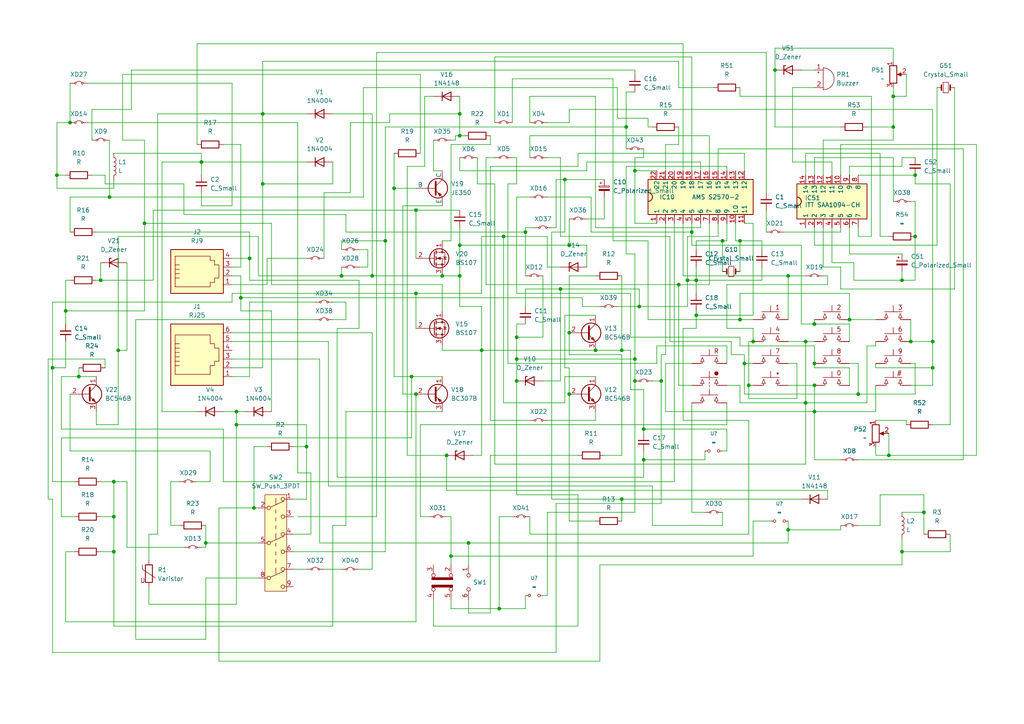
<source format=kicad_sch>
(kicad_sch (version 20250114) (generator "eeschema") (generator_version "9.0")
  (paper "A4")
  (lib_symbols
    (symbol "Connector:RJ25" (pin_names (offset 1.016))
      (property "Reference" "J" (at -5.08 11.43 0))
      (property "Value" "RJ25" (at 2.54 11.43 0))
      (symbol "RJ25_1_1"
        (pin passive line (at 10.16 7.62 180) (length 2.54) (name "~") (number "6"))
        (pin passive line (at 10.16 5.08 180) (length 2.54) (name "~") (number "5"))
        (pin passive line (at 10.16 2.54 180) (length 2.54) (name "~") (number "4"))
        (pin passive line (at 10.16 0 180) (length 2.54) (name "~") (number "3"))
        (pin passive line (at 10.16 -2.54 180) (length 2.54) (name "~") (number "2"))
        (pin passive line (at 10.16 -5.08 180) (length 2.54) (name "~") (number "1"))
      )
    )
    (symbol "Connector:RJ9" (pin_names (offset 1.016))
      (property "Reference" "J" (at -5.08 8.89 0))
      (property "Value" "RJ9" (at 2.54 8.89 0))
      (symbol "RJ9_1_1"
        (pin passive line (at 10.16 5.08 180) (length 2.54) (name "~") (number "4"))
        (pin passive line (at 10.16 2.54 180) (length 2.54) (name "~") (number "3"))
        (pin passive line (at 10.16 0 180) (length 2.54) (name "~") (number "2"))
        (pin passive line (at 10.16 -2.54 180) (length 2.54) (name "~") (number "1"))
      )
    )
    (symbol "Device:Buzzer" (pin_names (offset 0.0254) (hide yes))
      (property "Reference" "BZ" (at 3.81 1.27 0))
      (property "Value" "Buzzer" (at 3.81 -1.27 0))
      (symbol "Buzzer_1_1"
        (pin passive line (at -2.54 2.54 0) (length 2.54) (name "+") (number "1"))
        (pin passive line (at -2.54 -2.54 0) (length 2.54) (name "-") (number "2"))
      )
    )
    (symbol "Device:C_Polarized_Small" (pin_numbers (hide yes)) (pin_names (offset 0.254) (hide yes))
      (property "Reference" "C" (at 0.254 1.778 0))
      (property "Value" "C_Polarized_Small" (at 0.254 -2.032 0))
      (symbol "C_Polarized_Small_1_1"
        (pin passive line (at 0 2.54 270) (length 1.8542) (name "~") (number "1"))
        (pin passive line (at 0 -2.54 90) (length 1.8542) (name "~") (number "2"))
      )
    )
    (symbol "Device:C_Small" (pin_numbers (hide yes)) (pin_names (offset 0.254) (hide yes))
      (property "Reference" "C" (at 0.254 1.778 0))
      (property "Value" "C_Small" (at 0.254 -2.032 0))
      (symbol "C_Small_1_1"
        (pin passive line (at 0 2.54 270) (length 2.032) (name "~") (number "1"))
        (pin passive line (at 0 -2.54 90) (length 2.032) (name "~") (number "2"))
      )
    )
    (symbol "Device:Crystal_Small" (pin_numbers (hide yes)) (pin_names (offset 1.016) (hide yes))
      (property "Reference" "Y" (at 0 2.54 0))
      (property "Value" "Crystal_Small" (at 0 -2.54 0))
      (symbol "Crystal_Small_1_1"
        (pin passive line (at -2.54 0 0) (length 1.27) (name "1") (number "1"))
        (pin passive line (at 2.54 0 180) (length 1.27) (name "2") (number "2"))
      )
    )
    (symbol "Device:D_Zener" (pin_numbers (hide yes)) (pin_names (offset 1.016) (hide yes))
      (property "Reference" "D" (at 0 2.54 0))
      (property "Value" "D_Zener" (at 0 -2.54 0))
      (symbol "D_Zener_1_1"
        (pin passive line (at -3.81 0 0) (length 2.54) (name "K") (number "1"))
        (pin passive line (at 3.81 0 180) (length 2.54) (name "A") (number "2"))
      )
    )
    (symbol "Device:L" (pin_numbers (hide yes)) (pin_names (offset 1.016) (hide yes))
      (property "Reference" "L" (at -1.27 0 90))
      (property "Value" "L" (at 1.905 0 90))
      (symbol "L_1_1"
        (pin passive line (at 0 3.81 270) (length 1.27) (name "1") (number "1"))
        (pin passive line (at 0 -3.81 90) (length 1.27) (name "2") (number "2"))
      )
    )
    (symbol "Device:R" (pin_numbers (hide yes)) (pin_names (offset 0))
      (property "Reference" "R" (at 2.032 0 90))
      (property "Value" "R" (at 0 0 90))
      (symbol "R_1_1"
        (pin passive line (at 0 3.81 270) (length 1.27) (name "~") (number "1"))
        (pin passive line (at 0 -3.81 90) (length 1.27) (name "~") (number "2"))
      )
    )
    (symbol "Device:R_Potentiometer" (pin_names (offset 1.016) (hide yes))
      (property "Reference" "RV" (at -4.445 0 90))
      (property "Value" "R_Potentiometer" (at -2.54 0 90))
      (symbol "R_Potentiometer_1_1"
        (pin passive line (at 0 3.81 270) (length 1.27) (name "1") (number "1"))
        (pin passive line (at 0 -3.81 90) (length 1.27) (name "3") (number "3"))
        (pin passive line (at 3.81 0 180) (length 1.27) (name "2") (number "2"))
      )
    )
    (symbol "Device:Varistor" (pin_numbers (hide yes)) (pin_names (offset 0))
      (property "Reference" "RV" (at 3.175 0 90))
      (property "Value" "Varistor" (at -3.175 0 90))
      (symbol "Varistor_0_0"
        (text "U" (at -1.778 -2.032 0) (effects (font (size 1.27 1.27))))
      )
      (symbol "Varistor_1_1"
        (pin passive line (at 0 3.81 270) (length 1.27) (name "~") (number "1"))
        (pin passive line (at 0 -3.81 90) (length 1.27) (name "~") (number "2"))
      )
    )
    (symbol "Diode:1N4004" (pin_numbers (hide yes)) (pin_names (hide yes))
      (property "Reference" "D" (at 0 2.54 0))
      (property "Value" "1N4004" (at 0 -2.54 0))
      (symbol "1N4004_1_1"
        (pin passive line (at -3.81 0 0) (length 2.54) (name "K") (number "1"))
        (pin passive line (at 3.81 0 180) (length 2.54) (name "A") (number "2"))
      )
    )
    (symbol "Diode:1N4148" (pin_numbers (hide yes)) (pin_names (hide yes))
      (property "Reference" "D" (at 0 2.54 0))
      (property "Value" "1N4148" (at 0 -2.54 0))
      (symbol "1N4148_1_1"
        (pin passive line (at -3.81 0 0) (length 2.54) (name "K") (number "1"))
        (pin passive line (at 3.81 0 180) (length 2.54) (name "A") (number "2"))
      )
    )
    (symbol "Project_Library:Jumper_2_Small_Bridged" (pin_numbers (hide yes)) (pin_names (offset 0) (hide yes))
      (property "Reference" "XD" (at 0 2.032 0))
      (symbol "Jumper_2_Small_Bridged_1_1"
        (pin passive line (at -2.54 0 0) (length 1.27) (name "A") (number "1"))
        (pin passive line (at 2.54 0 180) (length 1.27) (name "B") (number "2"))
      )
    )
    (symbol "Project_Library:R_Unpopulated" (pin_numbers (hide yes)) (pin_names (offset 0.254) (hide yes))
      (property "Reference" "R" (at 0 0 0))
      (property "Value" "∞" (at 0 -1.778 0))
      (symbol "R_Unpopulated_1_1"
        (pin passive line (at -2.54 0 0) (length 0.762) (name "~") (number "2"))
        (pin passive line (at 2.54 0 180) (length 0.762) (name "~") (number "1"))
      )
    )
    (symbol "Project_Library:S2570-2_DIP22" (pin_names (offset 0.254))
      (property "Reference" "IC10" (at -11.938 0 0))
      (property "Value" "AMS S2570-2" (at -2.54 0 0))
      (symbol "S2570-2_DIP22_1_1"
        (pin unspecified line (at -12.7 7.62 270) (length 2.54) (name "22") (number "22"))
        (pin unspecified line (at -12.7 -7.62 90) (length 2.54) (name "1") (number "1"))
        (pin unspecified line (at -10.16 7.62 270) (length 2.54) (name "21") (number "21"))
        (pin unspecified line (at -10.16 -7.62 90) (length 2.54) (name "2") (number "2"))
        (pin unspecified line (at -7.62 7.62 270) (length 2.54) (name "20") (number "20"))
        (pin unspecified line (at -7.62 -7.62 90) (length 2.54) (name "3") (number "3"))
        (pin unspecified line (at -5.08 7.62 270) (length 2.54) (name "19") (number "19"))
        (pin unspecified line (at -5.08 -7.62 90) (length 2.54) (name "4") (number "4"))
        (pin unspecified line (at -2.54 7.62 270) (length 2.54) (name "18") (number "18"))
        (pin unspecified line (at -2.54 -7.62 90) (length 2.54) (name "5") (number "5"))
        (pin unspecified line (at 0 7.62 270) (length 2.54) (name "17") (number "17"))
        (pin unspecified line (at 0 -7.62 90) (length 2.54) (name "6") (number "6"))
        (pin unspecified line (at 2.54 7.62 270) (length 2.54) (name "16") (number "16"))
        (pin unspecified line (at 2.54 -7.62 90) (length 2.54) (name "7") (number "7"))
        (pin unspecified line (at 5.08 7.62 270) (length 2.54) (name "15") (number "15"))
        (pin unspecified line (at 5.08 -7.62 90) (length 2.54) (name "8") (number "8"))
        (pin unspecified line (at 7.62 7.62 270) (length 2.54) (name "14") (number "14"))
        (pin unspecified line (at 7.62 -7.62 90) (length 2.54) (name "9") (number "9"))
        (pin unspecified line (at 10.16 7.62 270) (length 2.54) (name "13") (number "13"))
        (pin unspecified line (at 10.16 -7.62 90) (length 2.54) (name "10") (number "10"))
        (pin unspecified line (at 12.7 7.62 270) (length 2.54) (name "12") (number "12"))
        (pin unspecified line (at 12.7 -7.62 90) (length 2.54) (name "11") (number "11"))
      )
    )
    (symbol "Project_Library:SAA1094-CH_DIP14" (pin_names (offset 0.254))
      (property "Reference" "IC51" (at -7.874 1.016 0))
      (property "Value" "ITT SAA1094-CH" (at -7.874 -1.016 0))
      (symbol "SAA1094-CH_DIP14_1_1"
        (pin unspecified line (at -7.62 7.62 270) (length 2.54) (name "14") (number "14"))
        (pin unspecified line (at -7.62 -7.62 90) (length 2.54) (name "1") (number "1"))
        (pin unspecified line (at -5.08 7.62 270) (length 2.54) (name "13") (number "13"))
        (pin unspecified line (at -5.08 -7.62 90) (length 2.54) (name "2") (number "2"))
        (pin unspecified line (at -2.54 7.62 270) (length 2.54) (name "12") (number "12"))
        (pin unspecified line (at -2.54 -7.62 90) (length 2.54) (name "3") (number "3"))
        (pin unspecified line (at 0 7.62 270) (length 2.54) (name "11") (number "11"))
        (pin unspecified line (at 0 -7.62 90) (length 2.54) (name "4") (number "4"))
        (pin unspecified line (at 2.54 7.62 270) (length 2.54) (name "10") (number "10"))
        (pin unspecified line (at 2.54 -7.62 90) (length 2.54) (name "5") (number "5"))
        (pin unspecified line (at 5.08 7.62 270) (length 2.54) (name "9") (number "9"))
        (pin unspecified line (at 5.08 -7.62 90) (length 2.54) (name "6") (number "6"))
        (pin unspecified line (at 7.62 7.62 270) (length 2.54) (name "8") (number "8"))
        (pin unspecified line (at 7.62 -7.62 90) (length 2.54) (name "7") (number "7"))
      )
    )
    (symbol "Project_Library:SW_KEYPAD_PHONE_ELM2" (pin_numbers (hide yes)) (pin_names (offset 1.016) (hide yes))
      (symbol "SW_KEYPAD_PHONE_ELM2_0_1"
        (pin passive line (at -31.75 -2.54 0) (length 2.54) (name "A") (number "1"))
        (pin passive line (at -31.75 -8.89 0) (length 2.54) (name "A") (number "1"))
        (pin passive line (at -31.75 -13.97 0) (length 2.54) (name "A") (number "1"))
        (pin passive line (at -21.59 -2.54 180) (length 2.54) (name "B") (number "3"))
        (pin passive line (at -21.59 -8.89 180) (length 2.54) (name "B") (number "3"))
        (pin passive line (at -21.59 -13.97 180) (length 2.54) (name "B") (number "3"))
        (pin passive line (at -13.97 10.16 0) (length 2.54) (name "A") (number "1"))
        (pin passive line (at -13.97 3.81 0) (length 2.54) (name "A") (number "1"))
        (pin passive line (at -13.97 -2.54 0) (length 2.54) (name "A") (number "1"))
        (pin passive line (at -13.97 -8.89 0) (length 2.54) (name "A") (number "1"))
        (pin passive line (at -3.81 10.16 180) (length 2.54) (name "B") (number "3"))
        (pin passive line (at -3.81 3.81 180) (length 2.54) (name "B") (number "3"))
        (pin passive line (at -3.81 -2.54 180) (length 2.54) (name "B") (number "3"))
        (pin passive line (at -3.81 -8.89 180) (length 2.54) (name "B") (number "3"))
        (pin passive line (at 3.81 10.16 0) (length 2.54) (name "A") (number "1"))
        (pin passive line (at 3.81 3.81 0) (length 2.54) (name "A") (number "1"))
        (pin passive line (at 3.81 -2.54 0) (length 2.54) (name "A") (number "1"))
        (pin passive line (at 3.81 -8.89 0) (length 2.54) (name "A") (number "1"))
        (pin passive line (at 13.97 10.16 180) (length 2.54) (name "B") (number "3"))
        (pin passive line (at 13.97 3.81 180) (length 2.54) (name "B") (number "3"))
        (pin passive line (at 13.97 -2.54 180) (length 2.54) (name "B") (number "3"))
        (pin passive line (at 13.97 -8.89 180) (length 2.54) (name "B") (number "3"))
        (pin passive line (at 21.59 10.16 0) (length 2.54) (name "A") (number "1"))
        (pin passive line (at 21.59 3.81 0) (length 2.54) (name "A") (number "1"))
        (pin passive line (at 21.59 -2.54 0) (length 2.54) (name "A") (number "1"))
        (pin passive line (at 21.59 -8.89 0) (length 2.54) (name "A") (number "1"))
        (pin passive line (at 31.75 10.16 180) (length 2.54) (name "B") (number "3"))
        (pin passive line (at 31.75 3.81 180) (length 2.54) (name "B") (number "3"))
        (pin passive line (at 31.75 -2.54 180) (length 2.54) (name "B") (number "3"))
        (pin passive line (at 31.75 -8.89 180) (length 2.54) (name "B") (number "3"))
      )
      (symbol "SW_KEYPAD_PHONE_ELM2_1_1"
        (text "R" (at -24.638 1.016 0) (effects (font (size 1.27 1.27))))
        (text "●" (at -24.638 -5.334 0) (effects (font (size 1.27 1.27))))
        (text "1" (at -6.858 13.716 0) (effects (font (size 1.27 1.27))))
        (text "4" (at -6.858 7.366 0) (effects (font (size 1.27 1.27))))
        (text "7" (at -6.858 1.016 0) (effects (font (size 1.27 1.27))))
        (text "*" (at -6.858 -5.842 0) (effects (font (size 1.27 1.27))))
        (text "2" (at 10.922 13.716 0) (effects (font (size 1.27 1.27))))
        (text "5" (at 10.922 7.366 0) (effects (font (size 1.27 1.27))))
        (text "8" (at 10.922 1.016 0) (effects (font (size 1.27 1.27))))
        (text "0" (at 10.922 -5.334 0) (effects (font (size 1.27 1.27))))
        (text "#" (at 28.448 -5.334 0) (effects (font (size 1.27 1.27))))
        (text "3" (at 28.702 13.716 0) (effects (font (size 1.27 1.27))))
        (text "6" (at 28.702 7.366 0) (effects (font (size 1.27 1.27))))
        (text "9" (at 28.702 1.016 0) (effects (font (size 1.27 1.27))))
        (pin passive line (at -31.75 -2.54 0) (length 2.54) (hide yes) (name "A") (number "2"))
        (pin passive line (at -31.75 -8.89 0) (length 2.54) (hide yes) (name "A") (number "2"))
        (pin passive line (at -31.75 -13.97 0) (length 2.54) (hide yes) (name "A") (number "2"))
        (pin passive line (at -21.59 -2.54 180) (length 2.54) (hide yes) (name "B") (number "4"))
        (pin passive line (at -21.59 -8.89 180) (length 2.54) (hide yes) (name "B") (number "4"))
        (pin passive line (at -21.59 -13.97 180) (length 2.54) (hide yes) (name "B") (number "4"))
        (pin passive line (at -13.97 10.16 0) (length 2.54) (hide yes) (name "A") (number "2"))
        (pin passive line (at -13.97 3.81 0) (length 2.54) (hide yes) (name "A") (number "2"))
        (pin passive line (at -13.97 -2.54 0) (length 2.54) (hide yes) (name "A") (number "2"))
        (pin passive line (at -13.97 -8.89 0) (length 2.54) (hide yes) (name "A") (number "2"))
        (pin passive line (at -3.81 10.16 180) (length 2.54) (hide yes) (name "B") (number "4"))
        (pin passive line (at -3.81 3.81 180) (length 2.54) (hide yes) (name "B") (number "4"))
        (pin passive line (at -3.81 -2.54 180) (length 2.54) (hide yes) (name "B") (number "4"))
        (pin passive line (at -3.81 -8.89 180) (length 2.54) (hide yes) (name "B") (number "4"))
        (pin passive line (at 3.81 10.16 0) (length 2.54) (hide yes) (name "A") (number "2"))
        (pin passive line (at 3.81 3.81 0) (length 2.54) (hide yes) (name "A") (number "2"))
        (pin passive line (at 3.81 -2.54 0) (length 2.54) (hide yes) (name "A") (number "2"))
        (pin passive line (at 3.81 -8.89 0) (length 2.54) (hide yes) (name "A") (number "2"))
        (pin passive line (at 13.97 10.16 180) (length 2.54) (hide yes) (name "B") (number "4"))
        (pin passive line (at 13.97 3.81 180) (length 2.54) (hide yes) (name "B") (number "4"))
        (pin passive line (at 13.97 -2.54 180) (length 2.54) (hide yes) (name "B") (number "4"))
        (pin passive line (at 13.97 -8.89 180) (length 2.54) (hide yes) (name "B") (number "4"))
        (pin passive line (at 21.59 10.16 0) (length 2.54) (hide yes) (name "A") (number "2"))
        (pin passive line (at 21.59 3.81 0) (length 2.54) (hide yes) (name "A") (number "2"))
        (pin passive line (at 21.59 -2.54 0) (length 2.54) (hide yes) (name "A") (number "2"))
        (pin passive line (at 21.59 -8.89 0) (length 2.54) (hide yes) (name "A") (number "2"))
        (pin passive line (at 31.75 10.16 180) (length 2.54) (hide yes) (name "B") (number "4"))
        (pin passive line (at 31.75 3.81 180) (length 2.54) (hide yes) (name "B") (number "4"))
        (pin passive line (at 31.75 -2.54 180) (length 2.54) (hide yes) (name "B") (number "4"))
        (pin passive line (at 31.75 -8.89 180) (length 2.54) (hide yes) (name "B") (number "4"))
      )
    )
    (symbol "Project_Library:SW_Push_3PDT" (pin_names (offset 0) (hide yes))
      (property "Reference" "SW" (at 0 10.16 0))
      (property "Value" "SW_Push_3PDT" (at -0.508 -23.368 0))
      (symbol "SW_Push_3PDT_1_1"
        (pin passive line (at -5.08 5.08 0) (length 2.54) (name "B") (number "2"))
        (pin passive line (at -5.08 -5.08 0) (length 2.54) (name "B") (number "5"))
        (pin passive line (at -5.08 -15.24 0) (length 2.54) (name "B") (number "8"))
        (pin passive line (at 5.08 7.62 180) (length 2.54) (name "A") (number "1"))
        (pin passive line (at 5.08 2.54 180) (length 2.54) (name "C") (number "3"))
        (pin passive line (at 5.08 -2.54 180) (length 2.54) (name "A") (number "4"))
        (pin passive line (at 5.08 -7.62 180) (length 2.54) (name "C") (number "6"))
        (pin passive line (at 5.08 -12.7 180) (length 2.54) (name "A") (number "7"))
        (pin passive line (at 5.08 -17.78 180) (length 2.54) (name "C") (number "9"))
      )
    )
    (symbol "Project_Library:SW_Slide_DPDT_horizontal" (pin_names (offset 0) (hide yes))
      (property "Reference" "SW" (at 6.858 0 90))
      (symbol "SW_Slide_DPDT_horizontal_1_1"
        (pin passive line (at -5.08 5.08 270) (length 2.54) (name "C") (number "3"))
        (pin passive line (at -5.08 -5.08 90) (length 2.54) (name "A") (number "4"))
        (pin passive line (at 0 5.08 270) (length 2.54) (name "B") (number "2"))
        (pin passive line (at 0 -5.08 90) (length 2.54) (name "B") (number "5"))
        (pin passive line (at 5.08 5.08 270) (length 2.54) (name "A") (number "1"))
        (pin passive line (at 5.08 -5.08 90) (length 2.54) (name "C") (number "6"))
      )
    )
    (symbol "Simulation_SPICE:PNP" (pin_numbers (hide yes)) (pin_names (offset 0))
      (property "Reference" "Q" (at -2.54 7.62 0))
      (property "Value" "PNP" (at -2.54 5.08 0))
      (symbol "PNP_1_1"
        (pin input line (at -5.08 0 0) (length 2.54) (name "B") (number "2"))
        (pin open_collector line (at 2.54 5.08 270) (length 2.54) (name "C") (number "1"))
        (pin open_emitter line (at 2.54 -5.08 90) (length 2.54) (name "E") (number "3"))
      )
    )
    (symbol "Transistor_BJT:BC307" (pin_names (offset 0) (hide yes))
      (property "Reference" "Q" (at 5.08 1.905 0))
      (property "Value" "BC307" (at 5.08 0 0))
      (symbol "BC307_1_1"
        (pin input line (at -5.08 0 0) (length 2.54) (name "B") (number "2"))
        (pin passive line (at 2.54 5.08 270) (length 2.54) (name "C") (number "1"))
        (pin passive line (at 2.54 -5.08 90) (length 2.54) (name "E") (number "3"))
      )
    )
    (symbol "Transistor_BJT:BC546" (pin_names (offset 0) (hide yes))
      (property "Reference" "Q" (at 5.08 1.905 0))
      (property "Value" "BC546" (at 5.08 0 0))
      (symbol "BC546_1_1"
        (pin input line (at -5.08 0 0) (length 2.54) (name "B") (number "2"))
        (pin passive line (at 2.54 5.08 270) (length 2.54) (name "C") (number "1"))
        (pin passive line (at 2.54 -5.08 90) (length 2.54) (name "E") (number "3"))
      )
    )
    (symbol "Transistor_FET:BS107" (pin_names (hide yes))
      (property "Reference" "Q" (at 5.08 1.905 0))
      (property "Value" "BS107" (at 5.08 0 0))
      (symbol "BS107_1_1"
        (pin input line (at -5.08 0 0) (length 2.54) (name "G") (number "2"))
        (pin passive line (at 2.54 5.08 270) (length 2.54) (name "D") (number "1"))
        (pin passive line (at 2.54 -5.08 90) (length 2.54) (name "S") (number "3"))
      )
    )
  )
  (junction (at 33.02 149.86))
  (junction (at 181.61 36.83))
  (junction (at 69.85 86.36))
  (junction (at 246.38 92.71))
  (junction (at 15.24 106.68))
  (junction (at 172.72 101.6))
  (junction (at 196.85 82.55))
  (junction (at 22.86 109.22))
  (junction (at 133.35 33.02))
  (junction (at 59.69 157.48))
  (junction (at 236.22 105.41))
  (junction (at 129.54 132.08))
  (junction (at 120.65 114.3))
  (junction (at 201.93 81.28))
  (junction (at 248.92 114.3))
  (junction (at 152.4 67.31))
  (junction (at 163.83 52.07))
  (junction (at 224.79 20.32))
  (junction (at 31.75 57.15))
  (junction (at 72.39 74.93))
  (junction (at 76.2 33.02))
  (junction (at 29.21 81.28))
  (junction (at 199.39 81.28))
  (junction (at 68.58 123.19))
  (junction (at 201.93 91.44))
  (junction (at 33.02 160.02))
  (junction (at 270.51 106.68))
  (junction (at 200.66 67.31))
  (junction (at 236.22 93.98))
  (junction (at 184.15 104.14))
  (junction (at 88.9 129.54))
  (junction (at 111.76 69.85))
  (junction (at 128.27 80.01))
  (junction (at 162.56 83.82))
  (junction (at 33.02 139.7))
  (junction (at 165.1 96.52))
  (junction (at 130.81 161.29))
  (junction (at 107.95 80.01))
  (junction (at 228.6 153.67))
  (junction (at 214.63 69.85))
  (junction (at 214.63 92.71))
  (junction (at 76.2 53.34))
  (junction (at 149.86 97.79))
  (junction (at 41.91 64.77))
  (junction (at 261.62 160.02))
  (junction (at 218.44 99.06))
  (junction (at 270.51 99.06))
  (junction (at 114.3 54.61))
  (junction (at 180.34 101.6))
  (junction (at 133.35 71.12))
  (junction (at 265.43 68.58))
  (junction (at 165.1 114.3))
  (junction (at 217.17 111.76))
  (junction (at 149.86 104.14))
  (junction (at 16.51 50.8))
  (junction (at 135.89 157.48))
  (junction (at 267.97 148.59))
  (junction (at 68.58 119.38))
  (junction (at 233.68 116.84))
  (junction (at 20.32 35.56))
  (junction (at 19.05 90.17))
  (junction (at 133.35 80.01))
  (junction (at 133.35 39.37))
  (junction (at 184.15 110.49))
  (junction (at 186.69 133.35))
  (junction (at 215.9 105.41))
  (junction (at 185.42 88.9))
  (junction (at 261.62 81.28))
  (junction (at 265.43 50.8))
  (junction (at 233.68 99.06))
  (junction (at 99.06 80.01))
  (junction (at 186.69 124.46))
  (junction (at 149.86 110.49))
  (junction (at 120.65 85.09))
  (junction (at 34.29 101.6))
  (junction (at 146.05 68.58))
  (junction (at 209.55 69.85))
  (junction (at 236.22 111.76))
  (junction (at 259.08 36.83))
  (junction (at 259.08 27.94))
  (junction (at 191.77 110.49))
  (junction (at 120.65 60.96))
  (junction (at 144.78 176.53))
  (junction (at 257.81 132.08))
  (junction (at 236.22 119.38))
  (junction (at 264.16 99.06))
  (junction (at 119.38 109.22))
  (junction (at 73.66 147.32))
  (junction (at 184.15 49.53))
  (junction (at 228.6 80.01))
  (junction (at 58.42 46.99))
  (junction (at 165.1 71.12))
  (junction (at 139.7 101.6))
  (junction (at 180.34 144.78))
  (wire (pts (xy 63.5 147.32) (xy 73.66 147.32)))
  (wire (pts (xy 240.03 82.55) (xy 210.82 82.55)))
  (wire (pts (xy 67.31 85.09) (xy 67.31 87.63)))
  (wire (pts (xy 27.94 81.28) (xy 29.21 81.28)))
  (wire (pts (xy 267.97 148.59) (xy 267.97 154.94)))
  (wire (pts (xy 133.35 39.37) (xy 132.08 39.37)))
  (wire (pts (xy 254 132.08) (xy 257.81 132.08)))
  (wire (pts (xy 26.67 31.75) (xy 26.67 40.64)))
  (wire (pts (xy 76.2 17.78) (xy 196.85 17.78)))
  (wire (pts (xy 120.65 114.3) (xy 120.65 180.34)))
  (wire (pts (xy 220.98 77.47) (xy 220.98 81.28)))
  (wire (pts (xy 167.64 181.61) (xy 125.73 181.61)))
  (wire (pts (xy 214.63 100.33) (xy 236.22 100.33)))
  (wire (pts (xy 200.66 64.77) (xy 200.66 67.31)))
  (wire (pts (xy 29.21 149.86) (xy 33.02 149.86)))
  (wire (pts (xy 210.82 123.19) (xy 121.92 123.19)))
  (wire (pts (xy 57.15 12.7) (xy 198.12 12.7)))
  (wire (pts (xy 252.73 68.58) (xy 252.73 27.94)))
  (wire (pts (xy 201.93 95.25) (xy 198.12 95.25)))
  (wire (pts (xy 45.72 154.94) (xy 43.18 154.94)))
  (wire (pts (xy 196.85 25.4) (xy 196.85 17.78)))
  (wire (pts (xy 67.31 77.47) (xy 69.85 77.47)))
  (wire (pts (xy 135.89 157.48) (xy 92.71 157.48)))
  (wire (pts (xy 97.79 95.25) (xy 104.14 95.25)))
  (wire (pts (xy 217.17 99.06) (xy 217.17 111.76)))
  (wire (pts (xy 135.89 177.8) (xy 135.89 173.99)))
  (wire (pts (xy 212.09 99.06) (xy 194.31 99.06)))
  (wire (pts (xy 218.44 99.06) (xy 217.17 99.06)))
  (wire (pts (xy 30.48 53.34) (xy 53.34 53.34)))
  (wire (pts (xy 261.62 163.83) (xy 173.99 163.83)))
  (wire (pts (xy 162.56 83.82) (xy 152.4 83.82)))
  (wire (pts (xy 73.66 147.32) (xy 74.93 147.32)))
  (wire (pts (xy 31.75 57.15) (xy 105.41 57.15)))
  (wire (pts (xy 33.02 52.07) (xy 33.02 54.61)))
  (wire (pts (xy 114.3 54.61) (xy 120.65 54.61)))
  (wire (pts (xy 265.43 114.3) (xy 265.43 105.41)))
  (wire (pts (xy 172.72 66.04) (xy 203.2 66.04)))
  (wire (pts (xy 77.47 129.54) (xy 73.66 129.54)))
  (wire (pts (xy 133.35 66.04) (xy 133.35 71.12)))
  (wire (pts (xy 86.36 149.86) (xy 109.22 149.86)))
  (wire (pts (xy 96.52 181.61) (xy 33.02 181.61)))
  (wire (pts (xy 30.48 104.14) (xy 30.48 106.68)))
  (wire (pts (xy 228.6 80.01) (xy 233.68 80.01)))
  (wire (pts (xy 58.42 44.45) (xy 58.42 46.99)))
  (wire (pts (xy 236.22 119.38) (xy 193.04 119.38)))
  (wire (pts (xy 210.82 111.76) (xy 214.63 111.76)))
  (wire (pts (xy 149.86 93.98) (xy 149.86 97.79)))
  (wire (pts (xy 45.72 33.02) (xy 45.72 154.94)))
  (wire (pts (xy 158.75 57.15) (xy 171.45 57.15)))
  (wire (pts (xy 209.55 130.81) (xy 210.82 130.81)))
  (wire (pts (xy 195.58 64.77) (xy 195.58 139.7)))
  (wire (pts (xy 254 121.92) (xy 262.89 121.92)))
  (wire (pts (xy 189.23 110.49) (xy 191.77 110.49)))
  (wire (pts (xy 77.47 82.55) (xy 77.47 74.93)))
  (wire (pts (xy 149.86 57.15) (xy 149.86 85.09)))
  (wire (pts (xy 143.51 45.72) (xy 140.97 45.72)))
  (wire (pts (xy 180.34 101.6) (xy 182.88 101.6)))
  (wire (pts (xy 99.06 80.01) (xy 74.93 80.01)))
  (wire (pts (xy 20.32 35.56) (xy 16.51 35.56)))
  (wire (pts (xy 270.51 106.68) (xy 270.51 111.76)))
  (wire (pts (xy 49.53 139.7) (xy 49.53 152.4)))
  (wire (pts (xy 78.74 90.17) (xy 69.85 90.17)))
  (wire (pts (xy 224.79 13.97) (xy 224.79 20.32)))
  (wire (pts (xy 228.6 153.67) (xy 228.6 157.48)))
  (wire (pts (xy 276.86 25.4) (xy 276.86 83.82)))
  (wire (pts (xy 201.93 90.17) (xy 201.93 91.44)))
  (wire (pts (xy 157.48 172.72) (xy 158.75 172.72)))
  (wire (pts (xy 210.82 100.33) (xy 190.5 100.33)))
  (wire (pts (xy 248.92 114.3) (xy 215.9 114.3)))
  (wire (pts (xy 76.2 53.34) (xy 76.2 106.68)))
  (wire (pts (xy 120.65 85.09) (xy 67.31 85.09)))
  (wire (pts (xy 191.77 110.49) (xy 191.77 146.05)))
  (wire (pts (xy 69.85 41.91) (xy 69.85 77.47)))
  (wire (pts (xy 133.35 33.02) (xy 113.03 33.02)))
  (wire (pts (xy 113.03 35.56) (xy 101.6 35.56)))
  (wire (pts (xy 58.42 55.88) (xy 58.42 59.69)))
  (wire (pts (xy 254 111.76) (xy 254 119.38)))
  (wire (pts (xy 105.41 57.15) (xy 105.41 25.4)))
  (wire (pts (xy 72.39 87.63) (xy 72.39 109.22)))
  (wire (pts (xy 259.08 25.4) (xy 259.08 27.94)))
  (wire (pts (xy 158.75 148.59) (xy 158.75 172.72)))
  (wire (pts (xy 261.62 160.02) (xy 275.59 160.02)))
  (wire (pts (xy 33.02 160.02) (xy 33.02 181.61)))
  (wire (pts (xy 218.44 91.44) (xy 218.44 64.77)))
  (wire (pts (xy 224.79 36.83) (xy 243.84 36.83)))
  (wire (pts (xy 205.74 39.37) (xy 205.74 49.53)))
  (wire (pts (xy 149.86 110.49) (xy 149.86 143.51)))
  (wire (pts (xy 158.75 68.58) (xy 158.75 77.47)))
  (wire (pts (xy 270.51 99.06) (xy 270.51 31.75)))
  (wire (pts (xy 201.93 81.28) (xy 199.39 81.28)))
  (wire (pts (xy 257.81 132.08) (xy 283.21 132.08)))
  (wire (pts (xy 236.22 45.72) (xy 236.22 50.8)))
  (wire (pts (xy 101.6 55.88) (xy 93.98 55.88)))
  (wire (pts (xy 85.09 129.54) (xy 88.9 129.54)))
  (wire (pts (xy 270.51 106.68) (xy 254 106.68)))
  (wire (pts (xy 179.07 88.9) (xy 185.42 88.9)))
  (wire (pts (xy 142.24 177.8) (xy 142.24 132.08)))
  (wire (pts (xy 147.32 105.41) (xy 147.32 53.34)))
  (wire (pts (xy 255.27 143.51) (xy 267.97 143.51)))
  (wire (pts (xy 259.08 27.94) (xy 262.89 27.94)))
  (wire (pts (xy 214.63 116.84) (xy 214.63 111.76)))
  (wire (pts (xy 217.17 154.94) (xy 153.67 154.94)))
  (wire (pts (xy 142.24 39.37) (xy 142.24 41.91)))
  (wire (pts (xy 246.38 105.41) (xy 248.92 105.41)))
  (wire (pts (xy 184.15 73.66) (xy 181.61 73.66)))
  (wire (pts (xy 22.86 106.68) (xy 22.86 109.22)))
  (wire (pts (xy 228.6 111.76) (xy 236.22 111.76)))
  (wire (pts (xy 57.15 41.91) (xy 57.15 12.7)))
  (wire (pts (xy 35.56 40.64) (xy 41.91 40.64)))
  (wire (pts (xy 88.9 46.99) (xy 58.42 46.99)))
  (wire (pts (xy 92.71 157.48) (xy 92.71 104.14)))
  (wire (pts (xy 243.84 83.82) (xy 243.84 77.47)))
  (wire (pts (xy 17.78 109.22) (xy 22.86 109.22)))
  (wire (pts (xy 210.82 105.41) (xy 210.82 100.33)))
  (wire (pts (xy 69.85 90.17) (xy 69.85 86.36)))
  (wire (pts (xy 153.67 149.86) (xy 153.67 154.94)))
  (wire (pts (xy 246.38 106.68) (xy 246.38 111.76)))
  (wire (pts (xy 229.87 46.99) (xy 241.3 46.99)))
  (wire (pts (xy 208.28 64.77) (xy 208.28 68.58)))
  (wire (pts (xy 184.15 110.49) (xy 184.15 104.14)))
  (wire (pts (xy 276.86 83.82) (xy 243.84 83.82)))
  (wire (pts (xy 99.06 77.47) (xy 99.06 80.01)))
  (wire (pts (xy 236.22 133.35) (xy 243.84 133.35)))
  (wire (pts (xy 254 129.54) (xy 254 132.08)))
  (wire (pts (xy 95.25 140.97) (xy 189.23 140.97)))
  (wire (pts (xy 193.04 64.77) (xy 193.04 102.87)))
  (wire (pts (xy 231.14 115.57) (xy 231.14 105.41)))
  (wire (pts (xy 120.65 85.09) (xy 139.7 85.09)))
  (wire (pts (xy 109.22 15.24) (xy 109.22 149.86)))
  (wire (pts (xy 180.34 132.08) (xy 180.34 102.87)))
  (wire (pts (xy 186.69 125.73) (xy 186.69 124.46)))
  (wire (pts (xy 17.78 127) (xy 119.38 127)))
  (wire (pts (xy 76.2 33.02) (xy 88.9 33.02)))
  (wire (pts (xy 19.05 90.17) (xy 19.05 93.98)))
  (wire (pts (xy 254 105.41) (xy 254 106.68)))
  (wire (pts (xy 207.01 25.4) (xy 196.85 25.4)))
  (wire (pts (xy 265.43 50.8) (xy 265.43 53.34)))
  (wire (pts (xy 13.97 104.14) (xy 30.48 104.14)))
  (wire (pts (xy 220.98 69.85) (xy 214.63 69.85)))
  (wire (pts (xy 67.31 87.63) (xy 15.24 87.63)))
  (wire (pts (xy 191.77 102.87) (xy 191.77 110.49)))
  (wire (pts (xy 214.63 97.79) (xy 214.63 100.33)))
  (wire (pts (xy 38.1 31.75) (xy 26.67 31.75)))
  (wire (pts (xy 198.12 121.92) (xy 217.17 121.92)))
  (wire (pts (xy 261.62 78.74) (xy 261.62 81.28)))
  (wire (pts (xy 152.4 67.31) (xy 152.4 66.04)))
  (wire (pts (xy 163.83 116.84) (xy 146.05 116.84)))
  (wire (pts (xy 248.92 114.3) (xy 265.43 114.3)))
  (wire (pts (xy 180.34 144.78) (xy 160.02 144.78)))
  (wire (pts (xy 100.33 67.31) (xy 152.4 67.31)))
  (wire (pts (xy 104.14 81.28) (xy 72.39 81.28)))
  (wire (pts (xy 128.27 90.17) (xy 128.27 82.55)))
  (wire (pts (xy 177.8 69.85) (xy 177.8 22.86)))
  (wire (pts (xy 20.32 24.13) (xy 20.32 35.56)))
  (wire (pts (xy 184.15 64.77) (xy 184.15 49.53)))
  (wire (pts (xy 180.34 144.78) (xy 180.34 151.13)))
  (wire (pts (xy 180.34 80.01) (xy 180.34 101.6)))
  (wire (pts (xy 63.5 191.77) (xy 63.5 147.32)))
  (wire (pts (xy 130.81 176.53) (xy 144.78 176.53)))
  (wire (pts (xy 119.38 109.22) (xy 114.3 109.22)))
  (wire (pts (xy 36.83 158.75) (xy 36.83 139.7)))
  (wire (pts (xy 147.32 53.34) (xy 149.86 53.34)))
  (wire (pts (xy 217.17 111.76) (xy 217.17 115.57)))
  (wire (pts (xy 138.43 45.72) (xy 138.43 53.34)))
  (wire (pts (xy 133.35 60.96) (xy 120.65 60.96)))
  (wire (pts (xy 64.77 41.91) (xy 69.85 41.91)))
  (wire (pts (xy 121.92 149.86) (xy 121.92 123.19)))
  (wire (pts (xy 57.15 139.7) (xy 60.96 139.7)))
  (wire (pts (xy 99.06 69.85) (xy 99.06 72.39)))
  (wire (pts (xy 248.92 50.8) (xy 265.43 50.8)))
  (wire (pts (xy 72.39 67.31) (xy 72.39 74.93)))
  (wire (pts (xy 149.86 104.14) (xy 149.86 110.49)))
  (wire (pts (xy 139.7 101.6) (xy 139.7 132.08)))
  (wire (pts (xy 200.66 16.51) (xy 200.66 49.53)))
  (wire (pts (xy 203.2 46.99) (xy 203.2 49.53)))
  (wire (pts (xy 111.76 69.85) (xy 99.06 69.85)))
  (wire (pts (xy 140.97 45.72) (xy 140.97 82.55)))
  (wire (pts (xy 187.96 34.29) (xy 187.96 36.83)))
  (wire (pts (xy 39.37 92.71) (xy 39.37 185.42)))
  (wire (pts (xy 128.27 119.38) (xy 100.33 119.38)))
  (wire (pts (xy 186.69 45.72) (xy 186.69 43.18)))
  (wire (pts (xy 162.56 83.82) (xy 162.56 110.49)))
  (wire (pts (xy 107.95 80.01) (xy 99.06 80.01)))
  (wire (pts (xy 67.31 24.13) (xy 67.31 59.69)))
  (wire (pts (xy 210.82 123.19) (xy 210.82 116.84)))
  (wire (pts (xy 236.22 92.71) (xy 236.22 93.98)))
  (wire (pts (xy 88.9 144.78) (xy 88.9 129.54)))
  (wire (pts (xy 170.18 63.5) (xy 175.26 63.5)))
  (wire (pts (xy 38.1 31.75) (xy 38.1 20.32)))
  (wire (pts (xy 236.22 100.33) (xy 236.22 105.41)))
  (wire (pts (xy 196.85 111.76) (xy 200.66 111.76)))
  (wire (pts (xy 53.34 62.23) (xy 100.33 62.23)))
  (wire (pts (xy 261.62 148.59) (xy 267.97 148.59)))
  (wire (pts (xy 132.08 39.37) (xy 132.08 40.64)))
  (wire (pts (xy 173.99 191.77) (xy 63.5 191.77)))
  (wire (pts (xy 217.17 121.92) (xy 217.17 154.94)))
  (wire (pts (xy 85.09 154.94) (xy 90.17 154.94)))
  (wire (pts (xy 85.09 144.78) (xy 88.9 144.78)))
  (wire (pts (xy 52.07 139.7) (xy 49.53 139.7)))
  (wire (pts (xy 171.45 57.15) (xy 171.45 67.31)))
  (wire (pts (xy 184.15 104.14) (xy 184.15 73.66)))
  (wire (pts (xy 255.27 68.58) (xy 255.27 44.45)))
  (wire (pts (xy 186.69 124.46) (xy 186.69 113.03)))
  (wire (pts (xy 228.6 92.71) (xy 228.6 80.01)))
  (wire (pts (xy 46.99 46.99) (xy 46.99 119.38)))
  (wire (pts (xy 210.82 124.46) (xy 210.82 130.81)))
  (wire (pts (xy 121.92 149.86) (xy 124.46 149.86)))
  (wire (pts (xy 248.92 68.58) (xy 252.73 68.58)))
  (wire (pts (xy 76.2 106.68) (xy 67.31 106.68)))
  (wire (pts (xy 15.24 189.23) (xy 15.24 144.78)))
  (wire (pts (xy 175.26 132.08) (xy 180.34 132.08)))
  (wire (pts (xy 152.4 67.31) (xy 152.4 80.01)))
  (wire (pts (xy 243.84 152.4) (xy 243.84 153.67)))
  (wire (pts (xy 246.38 48.26) (xy 246.38 50.8)))
  (wire (pts (xy 247.65 81.28) (xy 247.65 76.2)))
  (wire (pts (xy 186.69 124.46) (xy 210.82 124.46)))
  (wire (pts (xy 76.2 17.78) (xy 76.2 33.02)))
  (wire (pts (xy 215.9 44.45) (xy 215.9 49.53)))
  (wire (pts (xy 201.93 69.85) (xy 209.55 69.85)))
  (wire (pts (xy 187.96 92.71) (xy 187.96 69.85)))
  (wire (pts (xy 186.69 113.03) (xy 182.88 113.03)))
  (wire (pts (xy 262.89 123.19) (xy 262.89 121.92)))
  (wire (pts (xy 160.02 66.04) (xy 161.29 66.04)))
  (wire (pts (xy 86.36 35.56) (xy 86.36 137.16)))
  (wire (pts (xy 187.96 69.85) (xy 177.8 69.85)))
  (wire (pts (xy 251.46 116.84) (xy 233.68 116.84)))
  (wire (pts (xy 172.72 109.22) (xy 163.83 109.22)))
  (wire (pts (xy 270.51 123.19) (xy 275.59 123.19)))
  (wire (pts (xy 165.1 151.13) (xy 172.72 151.13)))
  (wire (pts (xy 184.15 45.72) (xy 186.69 45.72)))
  (wire (pts (xy 34.29 123.19) (xy 27.94 123.19)))
  (wire (pts (xy 134.62 39.37) (xy 133.35 39.37)))
  (wire (pts (xy 114.3 44.45) (xy 114.3 54.61)))
  (wire (pts (xy 17.78 124.46) (xy 17.78 109.22)))
  (wire (pts (xy 173.99 88.9) (xy 168.91 88.9)))
  (wire (pts (xy 185.42 88.9) (xy 185.42 83.82)))
  (wire (pts (xy 241.3 46.99) (xy 241.3 50.8)))
  (wire (pts (xy 73.66 129.54) (xy 73.66 147.32)))
  (wire (pts (xy 228.6 80.01) (xy 198.12 80.01)))
  (wire (pts (xy 271.78 25.4) (xy 271.78 71.12)))
  (wire (pts (xy 19.05 81.28) (xy 19.05 90.17)))
  (wire (pts (xy 20.32 57.15) (xy 31.75 57.15)))
  (wire (pts (xy 240.03 80.01) (xy 240.03 82.55)))
  (wire (pts (xy 128.27 101.6) (xy 139.7 101.6)))
  (wire (pts (xy 16.51 50.8) (xy 19.05 50.8)))
  (wire (pts (xy 261.62 156.21) (xy 261.62 160.02)))
  (wire (pts (xy 196.85 36.83) (xy 196.85 41.91)))
  (wire (pts (xy 170.18 77.47) (xy 170.18 71.12)))
  (wire (pts (xy 29.21 81.28) (xy 44.45 81.28)))
  (wire (pts (xy 275.59 123.19) (xy 275.59 53.34)))
  (wire (pts (xy 34.29 68.58) (xy 34.29 101.6)))
  (wire (pts (xy 168.91 88.9) (xy 168.91 86.36)))
  (wire (pts (xy 163.83 106.68) (xy 163.83 91.44)))
  (wire (pts (xy 19.05 180.34) (xy 19.05 160.02)))
  (wire (pts (xy 222.25 55.88) (xy 222.25 15.24)))
  (wire (pts (xy 68.58 123.19) (xy 88.9 123.19)))
  (wire (pts (xy 31.75 40.64) (xy 31.75 57.15)))
  (wire (pts (xy 85.09 160.02) (xy 111.76 160.02)))
  (wire (pts (xy 240.03 142.24) (xy 129.54 142.24)))
  (wire (pts (xy 149.86 97.79) (xy 157.48 97.79)))
  (wire (pts (xy 104.14 77.47) (xy 106.68 77.47)))
  (wire (pts (xy 214.63 25.4) (xy 214.63 27.94)))
  (wire (pts (xy 267.97 143.51) (xy 267.97 148.59)))
  (wire (pts (xy 246.38 92.71) (xy 254 92.71)))
  (wire (pts (xy 215.9 105.41) (xy 218.44 105.41)))
  (wire (pts (xy 248.92 66.04) (xy 248.92 68.58)))
  (wire (pts (xy 222.25 60.96) (xy 222.25 67.31)))
  (wire (pts (xy 133.35 71.12) (xy 165.1 71.12)))
  (wire (pts (xy 113.03 33.02) (xy 113.03 35.56)))
  (wire (pts (xy 229.87 25.4) (xy 229.87 46.99)))
  (wire (pts (xy 53.34 53.34) (xy 53.34 62.23)))
  (wire (pts (xy 193.04 105.41) (xy 200.66 105.41)))
  (wire (pts (xy 210.82 48.26) (xy 210.82 49.53)))
  (wire (pts (xy 128.27 100.33) (xy 128.27 101.6)))
  (wire (pts (xy 59.69 185.42) (xy 59.69 167.64)))
  (wire (pts (xy 270.51 31.75) (xy 165.1 31.75)))
  (wire (pts (xy 152.4 66.04) (xy 154.94 66.04)))
  (wire (pts (xy 58.42 158.75) (xy 59.69 158.75)))
  (wire (pts (xy 106.68 72.39) (xy 106.68 77.47)))
  (wire (pts (xy 163.83 109.22) (xy 163.83 116.84)))
  (wire (pts (xy 139.7 85.09) (xy 139.7 68.58)))
  (wire (pts (xy 170.18 46.99) (xy 203.2 46.99)))
  (wire (pts (xy 100.33 119.38) (xy 100.33 152.4)))
  (wire (pts (xy 165.1 102.87) (xy 165.1 96.52)))
  (wire (pts (xy 153.67 45.72) (xy 153.67 39.37)))
  (wire (pts (xy 167.64 48.26) (xy 167.64 44.45)))
  (wire (pts (xy 100.33 62.23) (xy 100.33 67.31)))
  (wire (pts (xy 27.94 67.31) (xy 72.39 67.31)))
  (wire (pts (xy 224.79 20.32) (xy 224.79 36.83)))
  (wire (pts (xy 142.24 41.91) (xy 130.81 41.91)))
  (wire (pts (xy 220.98 72.39) (xy 220.98 69.85)))
  (wire (pts (xy 143.51 53.34) (xy 138.43 53.34)))
  (wire (pts (xy 236.22 105.41) (xy 236.22 106.68)))
  (wire (pts (xy 209.55 69.85) (xy 209.55 78.74)))
  (wire (pts (xy 96.52 92.71) (xy 100.33 92.71)))
  (wire (pts (xy 133.35 33.02) (xy 133.35 39.37)))
  (wire (pts (xy 228.6 157.48) (xy 135.89 157.48)))
  (wire (pts (xy 46.99 119.38) (xy 57.15 119.38)))
  (wire (pts (xy 146.05 68.58) (xy 158.75 68.58)))
  (wire (pts (xy 181.61 26.67) (xy 181.61 36.83)))
  (wire (pts (xy 107.95 165.1) (xy 107.95 96.52)))
  (wire (pts (xy 162.56 68.58) (xy 162.56 45.72)))
  (wire (pts (xy 201.93 91.44) (xy 201.93 95.25)))
  (wire (pts (xy 34.29 101.6) (xy 34.29 123.19)))
  (wire (pts (xy 163.83 91.44) (xy 172.72 91.44)))
  (wire (pts (xy 218.44 151.13) (xy 218.44 161.29)))
  (wire (pts (xy 190.5 105.41) (xy 147.32 105.41)))
  (wire (pts (xy 67.31 99.06) (xy 95.25 99.06)))
  (wire (pts (xy 213.36 64.77) (xy 213.36 69.85)))
  (wire (pts (xy 142.24 132.08) (xy 167.64 132.08)))
  (wire (pts (xy 88.9 123.19) (xy 88.9 129.54)))
  (wire (pts (xy 144.78 176.53) (xy 152.4 176.53)))
  (wire (pts (xy 238.76 80.01) (xy 240.03 80.01)))
  (wire (pts (xy 33.02 139.7) (xy 33.02 149.86)))
  (wire (pts (xy 259.08 27.94) (xy 259.08 36.83)))
  (wire (pts (xy 43.18 154.94) (xy 43.18 162.56)))
  (wire (pts (xy 76.2 53.34) (xy 96.52 53.34)))
  (wire (pts (xy 59.69 157.48) (xy 59.69 158.75)))
  (wire (pts (xy 200.66 116.84) (xy 200.66 148.59)))
  (wire (pts (xy 264.16 58.42) (xy 265.43 58.42)))
  (wire (pts (xy 200.66 148.59) (xy 204.47 148.59)))
  (wire (pts (xy 100.33 152.4) (xy 96.52 152.4)))
  (wire (pts (xy 172.72 119.38) (xy 172.72 121.92)))
  (wire (pts (xy 165.1 63.5) (xy 165.1 71.12)))
  (wire (pts (xy 129.54 149.86) (xy 130.81 149.86)))
  (wire (pts (xy 186.69 133.35) (xy 204.47 133.35)))
  (wire (pts (xy 128.27 80.01) (xy 133.35 80.01)))
  (wire (pts (xy 41.91 64.77) (xy 41.91 90.17)))
  (wire (pts (xy 93.98 55.88) (xy 93.98 74.93)))
  (wire (pts (xy 107.95 33.02) (xy 107.95 80.01)))
  (wire (pts (xy 21.59 149.86) (xy 17.78 149.86)))
  (wire (pts (xy 265.43 81.28) (xy 261.62 81.28)))
  (wire (pts (xy 20.32 114.3) (xy 20.32 130.81)))
  (wire (pts (xy 265.43 68.58) (xy 265.43 58.42)))
  (wire (pts (xy 132.08 40.64) (xy 130.81 40.64)))
  (wire (pts (xy 259.08 45.72) (xy 236.22 45.72)))
  (wire (pts (xy 215.9 114.3) (xy 215.9 105.41)))
  (wire (pts (xy 59.69 152.4) (xy 59.69 157.48)))
  (wire (pts (xy 142.24 121.92) (xy 142.24 48.26)))
  (wire (pts (xy 261.62 45.72) (xy 261.62 48.26)))
  (wire (pts (xy 85.09 165.1) (xy 88.9 165.1)))
  (wire (pts (xy 275.59 154.94) (xy 275.59 160.02)))
  (wire (pts (xy 153.67 121.92) (xy 142.24 121.92)))
  (wire (pts (xy 130.81 163.83) (xy 130.81 161.29)))
  (wire (pts (xy 198.12 95.25) (xy 198.12 121.92)))
  (wire (pts (xy 238.76 40.64) (xy 238.76 50.8)))
  (wire (pts (xy 171.45 67.31) (xy 200.66 67.31)))
  (wire (pts (xy 165.1 71.12) (xy 170.18 71.12)))
  (wire (pts (xy 144.78 149.86) (xy 148.59 149.86)))
  (wire (pts (xy 25.4 24.13) (xy 67.31 24.13)))
  (wire (pts (xy 187.96 36.83) (xy 189.23 36.83)))
  (wire (pts (xy 144.78 176.53) (xy 144.78 149.86)))
  (wire (pts (xy 228.6 151.13) (xy 228.6 153.67)))
  (wire (pts (xy 181.61 73.66) (xy 181.61 48.26)))
  (wire (pts (xy 193.04 102.87) (xy 191.77 102.87)))
  (wire (pts (xy 26.67 50.8) (xy 30.48 50.8)))
  (wire (pts (xy 193.04 41.91) (xy 196.85 41.91)))
  (wire (pts (xy 137.16 132.08) (xy 139.7 132.08)))
  (wire (pts (xy 152.4 172.72) (xy 152.4 176.53)))
  (wire (pts (xy 165.1 114.3) (xy 165.1 106.68)))
  (wire (pts (xy 29.21 139.7) (xy 33.02 139.7)))
  (wire (pts (xy 16.51 35.56) (xy 16.51 50.8)))
  (wire (pts (xy 165.1 106.68) (xy 163.83 106.68)))
  (wire (pts (xy 259.08 17.78) (xy 259.08 13.97)))
  (wire (pts (xy 13.97 144.78) (xy 13.97 104.14)))
  (wire (pts (xy 161.29 52.07) (xy 161.29 66.04)))
  (wire (pts (xy 215.9 64.77) (xy 218.44 64.77)))
  (wire (pts (xy 34.29 101.6) (xy 36.83 101.6)))
  (wire (pts (xy 179.07 34.29) (xy 187.96 34.29)))
  (wire (pts (xy 104.14 72.39) (xy 106.68 72.39)))
  (wire (pts (xy 233.68 116.84) (xy 214.63 116.84)))
  (wire (pts (xy 209.55 152.4) (xy 209.55 148.59)))
  (wire (pts (xy 133.35 49.53) (xy 170.18 49.53)))
  (wire (pts (xy 130.81 161.29) (xy 218.44 161.29)))
  (wire (pts (xy 198.12 12.7) (xy 198.12 49.53)))
  (wire (pts (xy 165.1 31.75) (xy 165.1 35.56)))
  (wire (pts (xy 248.92 152.4) (xy 255.27 152.4)))
  (wire (pts (xy 39.37 185.42) (xy 59.69 185.42)))
  (wire (pts (xy 125.73 173.99) (xy 125.73 181.61)))
  (wire (pts (xy 153.67 35.56) (xy 153.67 27.94)))
  (wire (pts (xy 186.69 133.35) (xy 186.69 138.43)))
  (wire (pts (xy 163.83 52.07) (xy 161.29 52.07)))
  (wire (pts (xy 172.72 27.94) (xy 172.72 66.04)))
  (wire (pts (xy 182.88 97.79) (xy 214.63 97.79)))
  (wire (pts (xy 233.68 99.06) (xy 236.22 99.06)))
  (wire (pts (xy 257.81 125.73) (xy 257.81 132.08)))
  (wire (pts (xy 196.85 82.55) (xy 196.85 111.76)))
  (wire (pts (xy 214.63 85.09) (xy 246.38 85.09)))
  (wire (pts (xy 189.23 152.4) (xy 209.55 152.4)))
  (wire (pts (xy 167.64 143.51) (xy 167.64 181.61)))
  (wire (pts (xy 148.59 45.72) (xy 149.86 45.72)))
  (wire (pts (xy 259.08 58.42) (xy 259.08 45.72)))
  (wire (pts (xy 139.7 68.58) (xy 146.05 68.58)))
  (wire (pts (xy 204.47 130.81) (xy 204.47 133.35)))
  (wire (pts (xy 20.32 130.81) (xy 60.96 130.81)))
  (wire (pts (xy 123.19 48.26) (xy 123.19 27.94)))
  (wire (pts (xy 19.05 106.68) (xy 15.24 106.68)))
  (wire (pts (xy 255.27 44.45) (xy 233.68 44.45)))
  (wire (pts (xy 163.83 52.07) (xy 163.83 67.31)))
  (wire (pts (xy 161.29 146.05) (xy 161.29 189.23)))
  (wire (pts (xy 142.24 48.26) (xy 167.64 48.26)))
  (wire (pts (xy 201.93 72.39) (xy 201.93 69.85)))
  (wire (pts (xy 232.41 71.12) (xy 200.66 71.12)))
  (wire (pts (xy 59.69 157.48) (xy 74.93 157.48)))
  (wire (pts (xy 53.34 158.75) (xy 36.83 158.75)))
  (wire (pts (xy 68.58 175.26) (xy 43.18 175.26)))
  (wire (pts (xy 153.67 39.37) (xy 205.74 39.37)))
  (wire (pts (xy 135.89 157.48) (xy 135.89 163.83)))
  (wire (pts (xy 139.7 101.6) (xy 139.7 88.9)))
  (wire (pts (xy 33.02 44.45) (xy 58.42 44.45)))
  (wire (pts (xy 114.3 109.22) (xy 114.3 54.61)))
  (wire (pts (xy 172.72 101.6) (xy 139.7 101.6)))
  (wire (pts (xy 167.64 44.45) (xy 215.9 44.45)))
  (wire (pts (xy 143.51 16.51) (xy 200.66 16.51)))
  (wire (pts (xy 64.77 119.38) (xy 68.58 119.38)))
  (wire (pts (xy 125.73 40.64) (xy 125.73 49.53)))
  (wire (pts (xy 149.86 143.51) (xy 167.64 143.51)))
  (wire (pts (xy 133.35 45.72) (xy 133.35 49.53)))
  (wire (pts (xy 172.72 101.6) (xy 180.34 101.6)))
  (wire (pts (xy 49.53 152.4) (xy 52.07 152.4)))
  (wire (pts (xy 36.83 76.2) (xy 36.83 101.6)))
  (wire (pts (xy 91.44 87.63) (xy 72.39 87.63)))
  (wire (pts (xy 193.04 49.53) (xy 193.04 41.91)))
  (wire (pts (xy 93.98 165.1) (xy 99.06 165.1)))
  (wire (pts (xy 210.82 82.55) (xy 210.82 95.25)))
  (wire (pts (xy 60.96 130.81) (xy 60.96 139.7)))
  (wire (pts (xy 133.35 88.9) (xy 133.35 80.01)))
  (wire (pts (xy 19.05 99.06) (xy 19.05 106.68)))
  (wire (pts (xy 184.15 20.32) (xy 184.15 21.59)))
  (wire (pts (xy 64.77 124.46) (xy 17.78 124.46)))
  (wire (pts (xy 181.61 36.83) (xy 111.76 36.83)))
  (wire (pts (xy 215.9 102.87) (xy 212.09 102.87)))
  (wire (pts (xy 67.31 109.22) (xy 72.39 109.22)))
  (wire (pts (xy 218.44 92.71) (xy 214.63 92.71)))
  (wire (pts (xy 233.68 134.62) (xy 143.51 134.62)))
  (wire (pts (xy 158.75 45.72) (xy 162.56 45.72)))
  (wire (pts (xy 100.33 87.63) (xy 100.33 92.71)))
  (wire (pts (xy 43.18 170.18) (xy 43.18 175.26)))
  (wire (pts (xy 194.31 99.06) (xy 194.31 68.58)))
  (wire (pts (xy 64.77 139.7) (xy 64.77 124.46)))
  (wire (pts (xy 217.17 111.76) (xy 218.44 111.76)))
  (wire (pts (xy 130.81 173.99) (xy 130.81 176.53)))
  (wire (pts (xy 201.93 77.47) (xy 201.93 81.28)))
  (wire (pts (xy 143.51 134.62) (xy 143.51 53.34)))
  (wire (pts (xy 165.1 80.01) (xy 165.1 96.52)))
  (wire (pts (xy 121.92 21.59) (xy 35.56 21.59)))
  (wire (pts (xy 261.62 81.28) (xy 247.65 81.28)))
  (wire (pts (xy 128.27 69.85) (xy 130.81 69.85)))
  (wire (pts (xy 41.91 64.77) (xy 78.74 64.77)))
  (wire (pts (xy 97.79 138.43) (xy 97.79 95.25)))
  (wire (pts (xy 184.15 49.53) (xy 184.15 45.72)))
  (wire (pts (xy 238.76 66.04) (xy 238.76 77.47)))
  (wire (pts (xy 15.24 139.7) (xy 21.59 139.7)))
  (wire (pts (xy 20.32 81.28) (xy 19.05 81.28)))
  (wire (pts (xy 279.4 43.18) (xy 208.28 43.18)))
  (wire (pts (xy 160.02 144.78) (xy 160.02 67.31)))
  (wire (pts (xy 218.44 95.25) (xy 218.44 99.06)))
  (wire (pts (xy 116.84 59.69) (xy 128.27 59.69)))
  (wire (pts (xy 158.75 77.47) (xy 162.56 77.47)))
  (wire (pts (xy 29.21 160.02) (xy 33.02 160.02)))
  (wire (pts (xy 227.33 67.31) (xy 243.84 67.31)))
  (wire (pts (xy 148.59 22.86) (xy 148.59 35.56)))
  (wire (pts (xy 33.02 139.7) (xy 36.83 139.7)))
  (wire (pts (xy 175.26 52.07) (xy 163.83 52.07)))
  (wire (pts (xy 78.74 82.55) (xy 78.74 64.77)))
  (wire (pts (xy 198.12 80.01) (xy 198.12 64.77)))
  (wire (pts (xy 172.72 80.01) (xy 165.1 80.01)))
  (wire (pts (xy 175.26 57.15) (xy 175.26 63.5)))
  (wire (pts (xy 243.84 66.04) (xy 243.84 67.31)))
  (wire (pts (xy 157.48 110.49) (xy 162.56 110.49)))
  (wire (pts (xy 232.41 20.32) (xy 236.22 20.32)))
  (wire (pts (xy 170.18 49.53) (xy 170.18 46.99)))
  (wire (pts (xy 16.51 54.61) (xy 33.02 54.61)))
  (wire (pts (xy 160.02 67.31) (xy 163.83 67.31)))
  (wire (pts (xy 180.34 102.87) (xy 165.1 102.87)))
  (wire (pts (xy 271.78 71.12) (xy 236.22 71.12)))
  (wire (pts (xy 217.17 115.57) (xy 231.14 115.57)))
  (wire (pts (xy 214.63 92.71) (xy 214.63 85.09)))
  (wire (pts (xy 200.66 67.31) (xy 200.66 71.12)))
  (wire (pts (xy 223.52 151.13) (xy 218.44 151.13)))
  (wire (pts (xy 119.38 127) (xy 119.38 109.22)))
  (wire (pts (xy 265.43 105.41) (xy 264.16 105.41)))
  (wire (pts (xy 120.65 114.3) (xy 116.84 114.3)))
  (wire (pts (xy 119.38 109.22) (xy 128.27 109.22)))
  (wire (pts (xy 101.6 35.56) (xy 101.6 55.88)))
  (wire (pts (xy 186.69 138.43) (xy 97.79 138.43)))
  (wire (pts (xy 165.1 114.3) (xy 165.1 151.13)))
  (wire (pts (xy 153.67 57.15) (xy 149.86 57.15)))
  (wire (pts (xy 140.97 82.55) (xy 196.85 82.55)))
  (wire (pts (xy 177.8 22.86) (xy 148.59 22.86)))
  (wire (pts (xy 275.59 53.34) (xy 265.43 53.34)))
  (wire (pts (xy 19.05 160.02) (xy 21.59 160.02)))
  (wire (pts (xy 130.81 41.91) (xy 130.81 69.85)))
  (wire (pts (xy 252.73 27.94) (xy 214.63 27.94)))
  (wire (pts (xy 120.65 180.34) (xy 19.05 180.34)))
  (wire (pts (xy 152.4 93.98) (xy 149.86 93.98)))
  (wire (pts (xy 173.99 163.83) (xy 173.99 191.77)))
  (wire (pts (xy 133.35 27.94) (xy 133.35 33.02)))
  (wire (pts (xy 96.52 33.02) (xy 107.95 33.02)))
  (wire (pts (xy 199.39 68.58) (xy 208.28 68.58)))
  (wire (pts (xy 41.91 90.17) (xy 19.05 90.17)))
  (wire (pts (xy 118.11 48.26) (xy 123.19 48.26)))
  (wire (pts (xy 76.2 33.02) (xy 45.72 33.02)))
  (wire (pts (xy 69.85 86.36) (xy 168.91 86.36)))
  (wire (pts (xy 104.14 95.25) (xy 104.14 81.28)))
  (wire (pts (xy 120.65 60.96) (xy 120.65 74.93)))
  (wire (pts (xy 214.63 69.85) (xy 213.36 69.85)))
  (wire (pts (xy 25.4 35.56) (xy 86.36 35.56)))
  (wire (pts (xy 67.31 74.93) (xy 72.39 74.93)))
  (wire (pts (xy 236.22 93.98) (xy 246.38 93.98)))
  (wire (pts (xy 214.63 69.85) (xy 214.63 78.74)))
  (wire (pts (xy 139.7 88.9) (xy 133.35 88.9)))
  (wire (pts (xy 194.31 68.58) (xy 162.56 68.58)))
  (wire (pts (xy 264.16 99.06) (xy 270.51 99.06)))
  (wire (pts (xy 247.65 76.2) (xy 241.3 76.2)))
  (wire (pts (xy 33.02 149.86) (xy 33.02 160.02)))
  (wire (pts (xy 203.2 64.77) (xy 203.2 66.04)))
  (wire (pts (xy 69.85 86.36) (xy 69.85 80.01)))
  (wire (pts (xy 181.61 26.67) (xy 184.15 26.67)))
  (wire (pts (xy 246.38 66.04) (xy 246.38 73.66)))
  (wire (pts (xy 259.08 40.64) (xy 238.76 40.64)))
  (wire (pts (xy 279.4 133.35) (xy 279.4 43.18)))
  (wire (pts (xy 58.42 46.99) (xy 58.42 50.8)))
  (wire (pts (xy 143.51 35.56) (xy 143.51 16.51)))
  (wire (pts (xy 44.45 60.96) (xy 44.45 81.28)))
  (wire (pts (xy 41.91 40.64) (xy 41.91 64.77)))
  (wire (pts (xy 248.92 105.41) (xy 248.92 114.3)))
  (wire (pts (xy 22.86 109.22) (xy 27.94 109.22)))
  (wire (pts (xy 254 99.06) (xy 254 100.33)))
  (wire (pts (xy 243.84 77.47) (xy 238.76 77.47)))
  (wire (pts (xy 261.62 48.26) (xy 246.38 48.26)))
  (wire (pts (xy 210.82 95.25) (xy 218.44 95.25)))
  (wire (pts (xy 184.15 110.49) (xy 184.15 148.59)))
  (wire (pts (xy 74.93 80.01) (xy 74.93 68.58)))
  (wire (pts (xy 135.89 177.8) (xy 142.24 177.8)))
  (wire (pts (xy 205.74 64.77) (xy 205.74 82.55)))
  (wire (pts (xy 90.17 137.16) (xy 90.17 154.94)))
  (wire (pts (xy 254 100.33) (xy 251.46 100.33)))
  (wire (pts (xy 208.28 43.18) (xy 208.28 49.53)))
  (wire (pts (xy 201.93 91.44) (xy 218.44 91.44)))
  (wire (pts (xy 228.6 153.67) (xy 243.84 153.67)))
  (wire (pts (xy 228.6 99.06) (xy 233.68 99.06)))
  (wire (pts (xy 189.23 140.97) (xy 189.23 152.4)))
  (wire (pts (xy 152.4 83.82) (xy 152.4 88.9)))
  (wire (pts (xy 158.75 121.92) (xy 172.72 121.92)))
  (wire (pts (xy 190.5 64.77) (xy 184.15 64.77)))
  (wire (pts (xy 68.58 119.38) (xy 68.58 123.19)))
  (wire (pts (xy 251.46 100.33) (xy 251.46 116.84)))
  (wire (pts (xy 201.93 81.28) (xy 201.93 85.09)))
  (wire (pts (xy 212.09 102.87) (xy 212.09 99.06)))
  (wire (pts (xy 30.48 50.8) (xy 30.48 53.34)))
  (wire (pts (xy 15.24 87.63) (xy 15.24 106.68)))
  (wire (pts (xy 236.22 66.04) (xy 236.22 71.12)))
  (wire (pts (xy 29.21 76.2) (xy 29.21 81.28)))
  (wire (pts (xy 20.32 67.31) (xy 20.32 57.15)))
  (wire (pts (xy 67.31 104.14) (xy 92.71 104.14)))
  (wire (pts (xy 191.77 146.05) (xy 161.29 146.05)))
  (wire (pts (xy 283.21 41.91) (xy 243.84 41.91)))
  (wire (pts (xy 96.52 152.4) (xy 96.52 181.61)))
  (wire (pts (xy 146.05 68.58) (xy 146.05 116.84)))
  (wire (pts (xy 77.47 74.93) (xy 88.9 74.93)))
  (wire (pts (xy 257.81 68.58) (xy 255.27 68.58)))
  (wire (pts (xy 111.76 69.85) (xy 111.76 160.02)))
  (wire (pts (xy 243.84 41.91) (xy 243.84 50.8)))
  (wire (pts (xy 182.88 85.09) (xy 182.88 97.79)))
  (wire (pts (xy 255.27 152.4) (xy 255.27 143.51)))
  (wire (pts (xy 27.94 119.38) (xy 27.94 123.19)))
  (wire (pts (xy 128.27 82.55) (xy 78.74 82.55)))
  (wire (pts (xy 240.03 144.78) (xy 240.03 142.24)))
  (wire (pts (xy 190.5 100.33) (xy 190.5 105.41)))
  (wire (pts (xy 259.08 13.97) (xy 224.79 13.97)))
  (wire (pts (xy 157.48 80.01) (xy 157.48 97.79)))
  (wire (pts (xy 181.61 36.83) (xy 181.61 43.18)))
  (wire (pts (xy 104.14 165.1) (xy 107.95 165.1)))
  (wire (pts (xy 67.31 59.69) (xy 58.42 59.69)))
  (wire (pts (xy 149.86 97.79) (xy 149.86 104.14)))
  (wire (pts (xy 120.65 95.25) (xy 120.65 85.09)))
  (wire (pts (xy 67.31 82.55) (xy 77.47 82.55)))
  (wire (pts (xy 246.38 85.09) (xy 246.38 92.71)))
  (wire (pts (xy 196.85 82.55) (xy 205.74 82.55)))
  (wire (pts (xy 130.81 161.29) (xy 130.81 149.86)))
  (wire (pts (xy 232.41 93.98) (xy 236.22 93.98)))
  (wire (pts (xy 195.58 139.7) (xy 64.77 139.7)))
  (wire (pts (xy 232.41 93.98) (xy 232.41 71.12)))
  (wire (pts (xy 210.82 64.77) (xy 210.82 69.85)))
  (wire (pts (xy 35.56 21.59) (xy 35.56 40.64)))
  (wire (pts (xy 129.54 132.08) (xy 118.11 132.08)))
  (wire (pts (xy 16.51 50.8) (xy 16.51 54.61)))
  (wire (pts (xy 121.92 44.45) (xy 121.92 21.59)))
  (wire (pts (xy 232.41 144.78) (xy 180.34 144.78)))
  (wire (pts (xy 265.43 45.72) (xy 261.62 45.72)))
  (wire (pts (xy 184.15 148.59) (xy 158.75 148.59)))
  (wire (pts (xy 233.68 44.45) (xy 233.68 50.8)))
  (wire (pts (xy 125.73 49.53) (xy 128.27 49.53)))
  (wire (pts (xy 72.39 81.28) (xy 72.39 74.93)))
  (wire (pts (xy 118.11 132.08) (xy 118.11 48.26)))
  (wire (pts (xy 15.24 144.78) (xy 13.97 144.78)))
  (wire (pts (xy 283.21 132.08) (xy 283.21 41.91)))
  (wire (pts (xy 236.22 119.38) (xy 254 119.38)))
  (wire (pts (xy 236.22 25.4) (xy 229.87 25.4)))
  (wire (pts (xy 86.36 137.16) (xy 90.17 137.16)))
  (wire (pts (xy 185.42 83.82) (xy 162.56 83.82)))
  (wire (pts (xy 149.86 104.14) (xy 184.15 104.14)))
  (wire (pts (xy 209.55 69.85) (xy 210.82 69.85)))
  (wire (pts (xy 265.43 68.58) (xy 265.43 81.28)))
  (wire (pts (xy 149.86 85.09) (xy 182.88 85.09)))
  (wire (pts (xy 123.19 27.94) (xy 125.73 27.94)))
  (wire (pts (xy 158.75 35.56) (xy 165.1 35.56)))
  (wire (pts (xy 248.92 133.35) (xy 279.4 133.35)))
  (wire (pts (xy 133.35 71.12) (xy 133.35 80.01)))
  (wire (pts (xy 15.24 189.23) (xy 161.29 189.23)))
  (wire (pts (xy 251.46 36.83) (xy 259.08 36.83)))
  (wire (pts (xy 91.44 92.71) (xy 39.37 92.71)))
  (wire (pts (xy 129.54 132.08) (xy 129.54 142.24)))
  (wire (pts (xy 149.86 53.34) (xy 149.86 45.72)))
  (wire (pts (xy 270.51 99.06) (xy 270.51 106.68)))
  (wire (pts (xy 105.41 25.4) (xy 179.07 25.4)))
  (wire (pts (xy 199.39 81.28) (xy 199.39 68.58)))
  (wire (pts (xy 128.27 80.01) (xy 107.95 80.01)))
  (wire (pts (xy 111.76 36.83) (xy 111.76 69.85)))
  (wire (pts (xy 95.25 99.06) (xy 95.25 140.97)))
  (wire (pts (xy 58.42 46.99) (xy 46.99 46.99)))
  (wire (pts (xy 96.52 46.99) (xy 96.52 53.34)))
  (wire (pts (xy 182.88 113.03) (xy 182.88 101.6)))
  (wire (pts (xy 241.3 66.04) (xy 241.3 76.2)))
  (wire (pts (xy 186.69 130.81) (xy 186.69 133.35)))
  (wire (pts (xy 236.22 111.76) (xy 236.22 119.38)))
  (wire (pts (xy 215.9 105.41) (xy 215.9 102.87)))
  (wire (pts (xy 17.78 149.86) (xy 17.78 127)))
  (wire (pts (xy 116.84 114.3) (xy 116.84 59.69)))
  (wire (pts (xy 222.25 15.24) (xy 109.22 15.24)))
  (wire (pts (xy 153.67 27.94) (xy 172.72 27.94)))
  (wire (pts (xy 199.39 81.28) (xy 199.39 88.9)))
  (wire (pts (xy 96.52 87.63) (xy 100.33 87.63)))
  (wire (pts (xy 15.24 106.68) (xy 15.24 139.7)))
  (wire (pts (xy 264.16 92.71) (xy 264.16 99.06)))
  (wire (pts (xy 261.62 73.66) (xy 246.38 73.66)))
  (wire (pts (xy 185.42 88.9) (xy 199.39 88.9)))
  (wire (pts (xy 246.38 93.98) (xy 246.38 99.06)))
  (wire (pts (xy 261.62 160.02) (xy 261.62 163.83)))
  (wire (pts (xy 193.04 119.38) (xy 193.04 105.41)))
  (wire (pts (xy 184.15 49.53) (xy 190.5 49.53)))
  (wire (pts (xy 67.31 96.52) (xy 107.95 96.52)))
  (wire (pts (xy 264.16 111.76) (xy 270.51 111.76)))
  (wire (pts (xy 38.1 20.32) (xy 184.15 20.32)))
  (wire (pts (xy 233.68 116.84) (xy 233.68 99.06)))
  (wire (pts (xy 67.31 80.01) (xy 69.85 80.01)))
  (wire (pts (xy 74.93 68.58) (xy 34.29 68.58)))
  (wire (pts (xy 236.22 119.38) (xy 236.22 133.35)))
  (wire (pts (xy 259.08 36.83) (xy 259.08 40.64)))
  (wire (pts (xy 228.6 105.41) (xy 231.14 105.41)))
  (wire (pts (xy 214.63 92.71) (xy 187.96 92.71)))
  (wire (pts (xy 236.22 106.68) (xy 246.38 106.68)))
  (wire (pts (xy 120.65 60.96) (xy 44.45 60.96)))
  (wire (pts (xy 262.89 21.59) (xy 262.89 27.94)))
  (wire (pts (xy 76.2 33.02) (xy 76.2 53.34)))
  (wire (pts (xy 78.74 119.38) (xy 78.74 90.17)))
  (wire (pts (xy 68.58 123.19) (xy 68.58 175.26)))
  (wire (pts (xy 59.69 167.64) (xy 74.93 167.64)))
  (wire (pts (xy 68.58 119.38) (xy 71.12 119.38)))
  (wire (pts (xy 181.61 48.26) (xy 210.82 48.26)))
  (wire (pts (xy 233.68 116.84) (xy 233.68 134.62)))
  (wire (pts (xy 179.07 25.4) (xy 179.07 34.29)))
  (wire (pts (xy 201.93 81.28) (xy 220.98 81.28)))
  (symbol (lib_id "Project_Library:Jumper_2_Small_Bridged") (at 176.53 88.9 0) (unit 1)
    (property "Reference" "XD39" (at 176.53 86.36 0))
  )
  (symbol (lib_id "Project_Library:Jumper_2_Small_Bridged") (at 55.88 158.75 0) (unit 1)
    (property "Reference" "XD13" (at 55.88 156.21 0))
  )
  (symbol (lib_id "Project_Library:Jumper_2_Small_Bridged") (at 157.48 66.04 0) (unit 1)
    (property "Reference" "XD37" (at 157.48 63.5 0))
  )
  (symbol (lib_id "Device:C_Small") (at 186.69 128.27 0) (unit 1)
    (property "Reference" "C17" (at 189.23 127.0062 0) (effects (justify left)))
    (property "Value" "C_Small" (at 189.23 129.5462 0) (effects (justify left)))
    (property "Description" "Unpolarized capacitor, small symbol" (effects (hide yes)))
  )
  (symbol (lib_id "Transistor_BJT:BC307") (at 125.73 114.3 0) (unit 1)
    (property "Reference" "V18" (at 130.81 113.0299 0) (effects (justify left)))
    (property "Value" "BC307B" (at 130.81 115.5699 0) (effects (justify left)))
    (property "Footprint" "Package_TO_SOT_THT:TO-92_Inline" (effects (hide yes)))
    (property "Datasheet" "http://www.onsemi.com/pub_link/Collateral/BC307-D.PDF" (effects (hide yes)))
    (property "Description" "100mA Ic, 45V Vce, Epitaxial Silicon PNP Transistor, TO-92" (effects (hide yes)))
    (property "Sim.Device" "PNP" (effects (hide yes)))
    (property "Sim.Pins" "1=C 2=B 3=E" (effects (hide yes)))
  )
  (symbol (lib_id "Device:C_Small") (at 220.98 74.93 0) (unit 1)
    (property "Reference" "C13" (at 223.52 73.6662 0) (effects (justify left)))
    (property "Value" "C_Small" (at 223.52 76.2062 0) (effects (justify left)))
    (property "Description" "Unpolarized capacitor, small symbol" (effects (hide yes)))
  )
  (symbol (lib_id "Project_Library:Jumper_2_Small_Bridged") (at 93.98 92.71 0) (unit 1)
    (property "Reference" "XD38" (at 93.98 90.17 0))
  )
  (symbol (lib_id "Device:R") (at 25.4 139.7 270) (unit 1)
    (property "Reference" "R14" (at 25.4 133.35 90))
    (property "Value" "R" (at 25.4 135.89 90))
    (property "Description" "Resistor" (effects (hide yes)))
  )
  (symbol (lib_id "Device:R") (at 25.4 149.86 270) (unit 1)
    (property "Reference" "R18" (at 25.4 143.51 90))
    (property "Value" "R" (at 25.4 146.05 90))
    (property "Description" "Resistor" (effects (hide yes)))
  )
  (symbol (lib_id "Device:C_Polarized_Small") (at 261.62 76.2 0) (unit 1)
    (property "Reference" "C51" (at 264.16 74.3838 0) (effects (justify left)))
    (property "Value" "C_Polarized_Small" (at 264.16 76.9238 0) (effects (justify left)))
    (property "Description" "Polarized capacitor, small symbol" (effects (hide yes)))
  )
  (symbol (lib_id "Transistor_FET:BS107") (at 125.73 74.93 0) (unit 1)
    (property "Reference" "V20" (at 132.08 73.6599 0) (effects (justify left)))
    (property "Value" "BS107" (at 132.08 76.1999 0) (effects (justify left)))
    (property "Footprint" "Package_TO_SOT_THT:TO-92_Inline" (effects (hide yes)))
    (property "Datasheet" "http://www.onsemi.com/pub_link/Collateral/BS107-D.PDF" (effects (hide yes)))
    (property "Description" "0.25A Id, 200V Vds, N-Channel MOSFET, TO-92" (effects (hide yes)))
  )
  (symbol (lib_id "Project_Library:Jumper_2_Small_Bridged") (at 246.38 133.35 0) (unit 1)
    (property "Reference" "XD8" (at 246.38 130.81 0))
  )
  (symbol (lib_id "Project_Library:Jumper_2_Small_Bridged") (at 156.21 57.15 0) (unit 1)
    (property "Reference" "XD16" (at 156.21 54.61 0))
  )
  (symbol (lib_id "Device:R") (at 55.88 152.4 270) (unit 1)
    (property "Reference" "R23" (at 55.88 146.05 90))
    (property "Value" "R" (at 55.88 148.59 90))
    (property "Description" "Resistor" (effects (hide yes)))
  )
  (symbol (lib_id "Project_Library:Jumper_2_Small_Bridged") (at 154.94 80.01 0) (unit 1)
    (property "Reference" "XD12" (at 154.94 77.47 0))
  )
  (symbol (lib_id "Device:R") (at 25.4 160.02 270) (unit 1)
    (property "Reference" "R20" (at 25.4 153.67 90))
    (property "Value" "R" (at 25.4 156.21 90))
    (property "Description" "Resistor" (effects (hide yes)))
  )
  (symbol (lib_id "Device:C_Polarized_Small") (at 175.26 54.61 0) (unit 1)
    (property "Reference" "C10" (at 177.8 52.7938 0) (effects (justify left)))
    (property "Value" "C_Polarized_Small" (at 177.8 55.3338 0) (effects (justify left)))
    (property "Description" "Polarized capacitor, small symbol" (effects (hide yes)))
  )
  (symbol (lib_id "Device:L") (at 33.02 48.26 0) (unit 1)
    (property "Reference" "L1" (at 34.29 46.9899 0) (effects (justify left)))
    (property "Value" "L" (at 34.29 49.5299 0) (effects (justify left)))
    (property "Description" "Inductor" (effects (hide yes)))
  )
  (symbol (lib_id "Device:R") (at 138.43 39.37 270) (unit 1)
    (property "Reference" "R22" (at 138.43 33.02 90))
    (property "Value" "R" (at 138.43 35.56 90))
    (property "Description" "Resistor" (effects (hide yes)))
  )
  (symbol (lib_id "Project_Library:Jumper_2_Small_Bridged") (at 54.61 139.7 0) (unit 1)
    (property "Reference" "XD29" (at 54.61 137.16 0))
  )
  (symbol (lib_id "Device:C_Small") (at 19.05 96.52 0) (unit 1)
    (property "Reference" "C14" (at 21.59 95.2562 0) (effects (justify left)))
    (property "Value" "C_Small" (at 21.59 97.7962 0) (effects (justify left)))
    (property "Description" "Unpolarized capacitor, small symbol" (effects (hide yes)))
  )
  (symbol (lib_id "Device:C_Small") (at 133.35 63.5 0) (unit 1)
    (property "Reference" "C15" (at 135.89 62.2362 0) (effects (justify left)))
    (property "Value" "C_Small" (at 135.89 64.7762 0) (effects (justify left)))
    (property "Description" "Unpolarized capacitor, small symbol" (effects (hide yes)))
  )
  (symbol (lib_id "Device:R") (at 176.53 151.13 270) (unit 1)
    (property "Reference" "R13" (at 176.53 144.78 90))
    (property "Value" "R" (at 176.53 147.32 90))
    (property "Description" "Resistor" (effects (hide yes)))
  )
  (symbol (lib_id "Project_Library:Jumper_2_Small_Bridged") (at 22.86 35.56 0) (unit 1)
    (property "Reference" "XD14" (at 22.86 33.02 0))
  )
  (symbol (lib_id "Device:R") (at 24.13 81.28 270) (unit 1)
    (property "Reference" "R21" (at 24.13 74.93 90))
    (property "Value" "R" (at 24.13 77.47 90))
    (property "Description" "Resistor" (effects (hide yes)))
  )
  (symbol (lib_id "Project_Library:Jumper_2_Small_Bridged") (at 224.79 67.31 0) (unit 1)
    (property "Reference" "XD21" (at 224.79 64.77 0))
  )
  (symbol (lib_id "Device:C_Small") (at 201.93 87.63 0) (unit 1)
    (property "Reference" "C18" (at 204.47 86.3662 0) (effects (justify left)))
    (property "Value" "C_Small" (at 204.47 88.9062 0) (effects (justify left)))
    (property "Description" "Unpolarized capacitor, small symbol" (effects (hide yes)))
  )
  (symbol (lib_id "Project_Library:Jumper_2_Small_Bridged") (at 146.05 35.56 0) (unit 1)
    (property "Reference" "XD1" (at 146.05 33.02 0))
  )
  (symbol (lib_id "Device:C_Small") (at 152.4 91.44 0) (unit 1)
    (property "Reference" "C11" (at 154.94 90.1762 0) (effects (justify left)))
    (property "Value" "C_Small" (at 154.94 92.7162 0) (effects (justify left)))
    (property "Description" "Unpolarized capacitor, small symbol" (effects (hide yes)))
  )
  (symbol (lib_id "Project_Library:SAA1094-CH_DIP14") (at 241.3 58.42 0) (unit 1)
    (property "Reference" "IC51" (at 233.426 57.404 0) (effects (justify left)))
    (property "Value" "ITT SAA1094-CH" (at 233.426 59.436 0) (effects (justify left)))
  )
  (symbol (lib_id "Device:R") (at 60.96 41.91 270) (unit 1)
    (property "Reference" "R17" (at 60.96 35.56 90))
    (property "Value" "R" (at 60.96 38.1 90))
    (property "Description" "Resistor" (effects (hide yes)))
  )
  (symbol (lib_id "Transistor_BJT:BC546") (at 170.18 96.52 0) (unit 1)
    (property "Reference" "V13" (at 175.26 95.2499 0) (effects (justify left)))
    (property "Value" "BC546B" (at 175.26 97.7899 0) (effects (justify left)))
    (property "Footprint" "Package_TO_SOT_THT:TO-92_Inline" (effects (hide yes)))
    (property "Datasheet" "https://www.onsemi.com/pub/Collateral/BC550-D.pdf" (effects (hide yes)))
    (property "Description" "0.1A Ic, 65V Vce, Small Signal NPN Transistor, TO-92" (effects (hide yes)))
    (property "Sim.Device" "NPN" (effects (hide yes)))
    (property "Sim.Pins" "1=C 2=B 3=E" (effects (hide yes)))
  )
  (symbol (lib_id "Project_Library:Jumper_2_Small_Bridged") (at 101.6 165.1 0) (unit 1)
    (property "Reference" "XD40" (at 101.6 162.56 0))
  )
  (symbol (lib_id "Project_Library:Jumper_2_Small_Bridged") (at 135.89 45.72 0) (unit 1)
    (property "Reference" "XD6" (at 135.89 43.18 0))
  )
  (symbol (lib_id "Device:C_Small") (at 222.25 58.42 0) (unit 1)
    (property "Reference" "C1" (at 224.79 57.1562 0) (effects (justify left)))
    (property "Value" "C_Small" (at 224.79 59.6962 0) (effects (justify left)))
    (property "Description" "Unpolarized capacitor, small symbol" (effects (hide yes)))
  )
  (symbol (lib_id "Project_Library:S2570-2_DIP22") (at 203.2 57.15 0) (unit 1)
    (property "Reference" "IC10" (at 191.262 57.15 0) (effects (justify left)))
    (property "Value" "AMS S2570-2" (at 200.66 57.15 0) (effects (justify left)))
  )
  (symbol (lib_id "Device:R") (at 118.11 44.45 270) (unit 1)
    (property "Reference" "R19" (at 118.11 38.1 90))
    (property "Value" "R" (at 118.11 40.64 90))
    (property "Description" "Resistor" (effects (hide yes)))
  )
  (symbol (lib_id "Project_Library:SW_KEYPAD_PHONE_ELM2") (at 232.41 102.87 0) (unit 1)
    (property "Reference" "KEYPAD1" (effects (hide yes)))
    (property "Value" "SW_KEYPAD_PHONE_ELM2" (effects (hide yes)))
  )
  (symbol (lib_id "Diode:1N4004") (at 92.71 33.02 0) (unit 1)
    (property "Reference" "V1" (at 92.71 26.67 0))
    (property "Value" "1N4004" (at 92.71 29.21 0))
    (property "Footprint" "Diode_THT:D_DO-41_SOD81_P10.16mm_Horizontal" (effects (hide yes)))
    (property "Datasheet" "http://www.vishay.com/docs/88503/1n4001.pdf" (effects (hide yes)))
    (property "Description" "400V 1A General Purpose Rectifier Diode, DO-41" (effects (hide yes)))
    (property "Sim.Device" "D" (effects (hide yes)))
    (property "Sim.Pins" "1=K 2=A" (effects (hide yes)))
  )
  (symbol (lib_id "Diode:1N4004") (at 74.93 119.38 0) (unit 1)
    (property "Reference" "V3" (at 74.93 113.03 0))
    (property "Value" "1N4004" (at 74.93 115.57 0))
    (property "Footprint" "Diode_THT:D_DO-41_SOD81_P10.16mm_Horizontal" (effects (hide yes)))
    (property "Datasheet" "http://www.vishay.com/docs/88503/1n4001.pdf" (effects (hide yes)))
    (property "Description" "400V 1A General Purpose Rectifier Diode, DO-41" (effects (hide yes)))
    (property "Sim.Device" "D" (effects (hide yes)))
    (property "Sim.Pins" "1=K 2=A" (effects (hide yes)))
  )
  (symbol (lib_id "Diode:1N4004") (at 92.71 46.99 0) (unit 1)
    (property "Reference" "V2" (at 92.71 40.64 0))
    (property "Value" "1N4004" (at 92.71 43.18 0))
    (property "Footprint" "Diode_THT:D_DO-41_SOD81_P10.16mm_Horizontal" (effects (hide yes)))
    (property "Datasheet" "http://www.vishay.com/docs/88503/1n4001.pdf" (effects (hide yes)))
    (property "Description" "400V 1A General Purpose Rectifier Diode, DO-41" (effects (hide yes)))
    (property "Sim.Device" "D" (effects (hide yes)))
    (property "Sim.Pins" "1=K 2=A" (effects (hide yes)))
  )
  (symbol (lib_id "Project_Library:Jumper_2_Small_Bridged") (at 261.62 58.42 0) (unit 1)
    (property "Reference" "XD38" (at 261.62 55.88 0))
  )
  (symbol (lib_id "Device:C_Small") (at 201.93 74.93 0) (unit 1)
    (property "Reference" "C12" (at 204.47 73.6662 0) (effects (justify left)))
    (property "Value" "C_Small" (at 204.47 76.2062 0) (effects (justify left)))
    (property "Description" "Unpolarized capacitor, small symbol" (effects (hide yes)))
  )
  (symbol (lib_id "Project_Library:Jumper_2_Small_Bridged") (at 184.15 43.18 0) (unit 1)
    (property "Reference" "XD43" (at 184.15 40.64 0))
  )
  (symbol (lib_id "Project_Library:Jumper_2_Small_Bridged") (at 22.86 24.13 0) (unit 1)
    (property "Reference" "XD27" (at 22.86 21.59 0))
  )
  (symbol (lib_id "Project_Library:SW_Push_3PDT") (at 80.01 152.4 0) (unit 1)
    (property "Reference" "SW2" (at 80.01 138.43 0))
    (property "Value" "SW_Push_3PDT" (at 80.01 140.97 0))
    (property "Description" "Momentary Switch, triple pole double throw" (effects (hide yes)))
  )
  (symbol (lib_id "Project_Library:Jumper_2_Small_Bridged") (at 207.01 148.59 0) (unit 1)
    (property "Reference" "XD30" (at 207.01 146.05 0))
  )
  (symbol (lib_id "Transistor_BJT:BC546") (at 25.4 114.3 0) (unit 1)
    (property "Reference" "V22" (at 30.48 113.0299 0) (effects (justify left)))
    (property "Value" "BC546B" (at 30.48 115.5699 0) (effects (justify left)))
    (property "Footprint" "Package_TO_SOT_THT:TO-92_Inline" (effects (hide yes)))
    (property "Datasheet" "https://www.onsemi.com/pub/Collateral/BC550-D.pdf" (effects (hide yes)))
    (property "Description" "0.1A Ic, 65V Vce, Small Signal NPN Transistor, TO-92" (effects (hide yes)))
    (property "Sim.Device" "NPN" (effects (hide yes)))
    (property "Sim.Pins" "1=C 2=B 3=E" (effects (hide yes)))
  )
  (symbol (lib_id "Device:Buzzer") (at 238.76 22.86 0) (unit 1)
    (property "Reference" "PR1" (at 242.57 21.5899 0) (effects (justify left)))
    (property "Value" "Buzzer" (at 242.57 24.1299 0) (effects (justify left)))
    (property "Description" "Buzzer, polarized" (effects (hide yes)))
  )
  (symbol (lib_id "Project_Library:Jumper_2_Small_Bridged") (at 167.64 63.5 0) (unit 1)
    (property "Reference" "XD36" (at 167.64 60.96 0))
  )
  (symbol (lib_id "Project_Library:Jumper_2_Small_Bridged") (at 246.38 152.4 0) (unit 1)
    (property "Reference" "XD17" (at 246.38 149.86 0))
  )
  (symbol (lib_id "Device:R") (at 271.78 154.94 270) (unit 1)
    (property "Reference" "R3" (at 271.78 148.59 90))
    (property "Value" "R" (at 271.78 151.13 90))
    (property "Description" "Resistor" (effects (hide yes)))
  )
  (symbol (lib_id "Project_Library:Jumper_2_Small_Bridged") (at 156.21 121.92 0) (unit 1)
    (property "Reference" "XD22" (at 156.21 119.38 0))
  )
  (symbol (lib_id "Project_Library:Jumper_2_Small_Bridged") (at 156.21 45.72 0) (unit 1)
    (property "Reference" "XD15" (at 156.21 43.18 0))
  )
  (symbol (lib_id "Project_Library:Jumper_2_Small_Bridged") (at 156.21 35.56 0) (unit 1)
    (property "Reference" "XD4" (at 156.21 33.02 0))
  )
  (symbol (lib_id "Device:R_Potentiometer") (at 254 125.73 0) (unit 1)
    (property "Reference" "P52" (at 251.46 124.4599 0) (effects (justify right)))
    (property "Value" "~" (at 251.46 126.9999 0) (effects (justify right)))
    (property "Description" "Potentiometer" (effects (hide yes)))
  )
  (symbol (lib_id "Device:Crystal_Small") (at 274.32 25.4 0) (unit 1)
    (property "Reference" "G51" (at 274.32 19.05 0))
    (property "Value" "Crystal_Small" (at 274.32 21.59 0))
    (property "Description" "Two pin crystal, small symbol" (effects (hide yes)))
  )
  (symbol (lib_id "Transistor_BJT:BC546") (at 170.18 114.3 0) (unit 1)
    (property "Reference" "V12" (at 175.26 113.0299 0) (effects (justify left)))
    (property "Value" "BC546B" (at 175.26 115.5699 0) (effects (justify left)))
    (property "Footprint" "Package_TO_SOT_THT:TO-92_Inline" (effects (hide yes)))
    (property "Datasheet" "https://www.onsemi.com/pub/Collateral/BC550-D.pdf" (effects (hide yes)))
    (property "Description" "0.1A Ic, 65V Vce, Small Signal NPN Transistor, TO-92" (effects (hide yes)))
    (property "Sim.Device" "NPN" (effects (hide yes)))
    (property "Sim.Pins" "1=C 2=B 3=E" (effects (hide yes)))
  )
  (symbol (lib_id "Device:R") (at 24.13 67.31 270) (unit 1)
    (property "Reference" "R16" (at 24.13 60.96 90))
    (property "Value" "R" (at 24.13 63.5 90))
    (property "Description" "Resistor" (effects (hide yes)))
  )
  (symbol (lib_id "Device:R") (at 210.82 25.4 270) (unit 1)
    (property "Reference" "R51" (at 210.82 19.05 90))
    (property "Value" "R" (at 210.82 21.59 90))
    (property "Description" "Resistor" (effects (hide yes)))
  )
  (symbol (lib_id "Device:D_Zener") (at 228.6 20.32 0) (unit 1)
    (property "Reference" "V51" (at 228.6 13.97 0))
    (property "Value" "D_Zener" (at 228.6 16.51 0))
    (property "Description" "Zener diode" (effects (hide yes)))
  )
  (symbol (lib_id "Device:R_Potentiometer") (at 259.08 21.59 0) (unit 1)
    (property "Reference" "P51" (at 256.54 20.3199 0) (effects (justify right)))
    (property "Value" "~" (at 256.54 22.8599 0) (effects (justify right)))
    (property "Description" "Potentiometer" (effects (hide yes)))
  )
  (symbol (lib_id "Diode:1N4148") (at 129.54 27.94 0) (unit 1)
    (property "Reference" "V16" (at 129.54 21.59 0))
    (property "Value" "1N4148" (at 129.54 24.13 0))
    (property "Footprint" "Diode_THT:D_DO-35_SOD27_P7.62mm_Horizontal" (effects (hide yes)))
    (property "Datasheet" "https://assets.nexperia.com/documents/data-sheet/1N4148_1N4448.pdf" (effects (hide yes)))
    (property "Description" "100V 0.15A standard switching diode, DO-35" (effects (hide yes)))
    (property "Sim.Device" "D" (effects (hide yes)))
    (property "Sim.Pins" "1=K 2=A" (effects (hide yes)))
  )
  (symbol (lib_id "Device:R") (at 247.65 36.83 270) (unit 1)
    (property "Reference" "R53" (at 247.65 30.48 90))
    (property "Value" "R" (at 247.65 33.02 90))
    (property "Description" "Resistor" (effects (hide yes)))
  )
  (symbol (lib_id "Device:R") (at 22.86 50.8 270) (unit 1)
    (property "Reference" "R10" (at 22.86 44.45 90))
    (property "Value" "R" (at 22.86 46.99 90))
    (property "Description" "Resistor" (effects (hide yes)))
  )
  (symbol (lib_id "Device:D_Zener") (at 153.67 110.49 0) (unit 1)
    (property "Reference" "V10" (at 153.67 104.14 0))
    (property "Value" "D_Zener" (at 153.67 106.68 0))
    (property "Description" "Zener diode" (effects (hide yes)))
  )
  (symbol (lib_id "Device:D_Zener") (at 133.35 132.08 0) (unit 1)
    (property "Reference" "V17" (at 133.35 125.73 0))
    (property "Value" "D_Zener" (at 133.35 128.27 0))
    (property "Description" "Zener diode" (effects (hide yes)))
  )
  (symbol (lib_id "Device:D_Zener") (at 166.37 77.47 0) (unit 1)
    (property "Reference" "V14" (at 166.37 71.12 0))
    (property "Value" "D_Zener" (at 166.37 73.66 0))
    (property "Description" "Zener diode" (effects (hide yes)))
  )
  (symbol (lib_id "Diode:1N4148") (at 236.22 144.78 0) (unit 1)
    (property "Reference" "V11" (at 236.22 138.43 0))
    (property "Value" "1N4148" (at 236.22 140.97 0))
    (property "Footprint" "Diode_THT:D_DO-35_SOD27_P7.62mm_Horizontal" (effects (hide yes)))
    (property "Datasheet" "https://assets.nexperia.com/documents/data-sheet/1N4148_1N4448.pdf" (effects (hide yes)))
    (property "Description" "100V 0.15A standard switching diode, DO-35" (effects (hide yes)))
    (property "Sim.Device" "D" (effects (hide yes)))
    (property "Sim.Pins" "1=K 2=A" (effects (hide yes)))
  )
  (symbol (lib_id "Device:C_Small") (at 184.15 24.13 0) (unit 1)
    (property "Reference" "C16" (at 186.69 22.8662 0) (effects (justify left)))
    (property "Value" "C_Small" (at 186.69 25.4062 0) (effects (justify left)))
    (property "Description" "Unpolarized capacitor, small symbol" (effects (hide yes)))
  )
  (symbol (lib_id "Project_Library:R_Unpopulated") (at 226.06 151.13 0) (unit 1)
    (property "Value" "∞" (at 226.06 148.59 0))
  )
  (symbol (lib_id "Project_Library:R_Unpopulated") (at 207.01 130.81 0) (unit 1)
    (property "Value" "∞" (at 207.01 128.27 0))
  )
  (symbol (lib_id "Project_Library:R_Unpopulated") (at 154.94 172.72 0) (unit 1)
    (property "Value" "∞" (at 154.94 170.18 0))
  )
  (symbol (lib_id "Simulation_SPICE:PNP") (at 125.73 54.61 0) (unit 1)
    (property "Reference" "V19" (at 130.81 53.3399 0) (effects (justify left)))
    (property "Value" "JE350" (at 130.81 55.8799 0) (effects (justify left)))
    (property "Datasheet" "https://ngspice.sourceforge.io/docs/ngspice-html-manual/manual.xhtml#cha_BJTs" (effects (hide yes)))
    (property "Description" "Bipolar transistor symbol for simulation only, substrate tied to the emitter" (effects (hide yes)))
    (property "Sim.Device" "PNP" (effects (hide yes)))
    (property "Sim.Type" "GUMMELPOON" (effects (hide yes)))
    (property "Sim.Pins" "1=C 2=B 3=E" (effects (hide yes)))
  )
  (symbol (lib_id "Device:Varistor") (at 43.18 166.37 0) (unit 1)
    (property "Reference" "R1" (at 45.72 165.2932 0) (effects (justify left)))
    (property "Value" "Varistor" (at 45.72 167.8332 0) (effects (justify left)))
    (property "Description" "Voltage dependent resistor" (effects (hide yes)))
    (property "Sim.Name" "kicad_builtin_varistor" (effects (hide yes)))
    (property "Sim.Device" "SUBCKT" (effects (hide yes)))
    (property "Sim.Pins" "1=A 2=B" (effects (hide yes)))
    (property "Sim.Params" "threshold=1k" (effects (hide yes)))
    (property "Sim.Library" "${KICAD9_SYMBOL_DIR}/Simulation_SPICE.sp" (effects (hide yes)))
  )
  (symbol (lib_id "Project_Library:Jumper_2_Small_Bridged") (at 93.98 87.63 0) (unit 1)
    (property "Reference" "XD34" (at 93.98 85.09 0))
  )
  (symbol (lib_id "Project_Library:Jumper_2_Small_Bridged") (at 186.69 110.49 0) (unit 1)
    (property "Reference" "XD23" (at 186.69 107.95 0))
  )
  (symbol (lib_id "Project_Library:Jumper_2_Small_Bridged") (at 151.13 149.86 0) (unit 1)
    (property "Reference" "XD41" (at 151.13 147.32 0))
  )
  (symbol (lib_id "Project_Library:Jumper_2_Small_Bridged") (at 146.05 45.72 0) (unit 1)
    (property "Reference" "XD5" (at 146.05 43.18 0))
  )
  (symbol (lib_id "Project_Library:Jumper_2_Small_Bridged") (at 101.6 72.39 0) (unit 1)
    (property "Reference" "XD26" (at 101.6 69.85 0))
  )
  (symbol (lib_id "Project_Library:Jumper_2_Small_Bridged") (at 236.22 80.01 0) (unit 1)
    (property "Reference" "XD19" (at 236.22 77.47 0))
  )
  (symbol (lib_id "Project_Library:Jumper_2_Small_Bridged") (at 91.44 74.93 0) (unit 1)
    (property "Reference" "XD24" (at 91.44 72.39 0))
  )
  (symbol (lib_id "Project_Library:Jumper_2_Small_Bridged") (at 91.44 165.1 0) (unit 1)
    (property "Reference" "XD32" (at 91.44 162.56 0))
  )
  (symbol (lib_id "Device:R") (at 193.04 36.83 270) (unit 1)
    (property "Reference" "R15" (at 193.04 30.48 90))
    (property "Value" "R" (at 193.04 33.02 90))
    (property "Description" "Resistor" (effects (hide yes)))
  )
  (symbol (lib_id "Project_Library:Jumper_2_Small_Bridged") (at 101.6 77.47 0) (unit 1)
    (property "Reference" "XD28" (at 101.6 74.93 0))
  )
  (symbol (lib_id "Project_Library:Jumper_2_Small_Bridged") (at 127 149.86 0) (unit 1)
    (property "Reference" "XD31" (at 127 147.32 0))
  )
  (symbol (lib_id "Project_Library:Jumper_2_Small_Bridged") (at 128.27 40.64 0) (unit 1)
    (property "Reference" "XD35" (at 128.27 38.1 0))
  )
  (symbol (lib_id "Device:C_Small") (at 58.42 53.34 0) (unit 1)
    (property "Reference" "C2" (at 60.96 52.0762 0) (effects (justify left)))
    (property "Value" "C_Small" (at 60.96 54.6162 0) (effects (justify left)))
    (property "Description" "Unpolarized capacitor, small symbol" (effects (hide yes)))
  )
  (symbol (lib_id "Device:R") (at 176.53 80.01 270) (unit 1)
    (property "Reference" "R12" (at 176.53 73.66 90))
    (property "Value" "R" (at 176.53 76.2 90))
    (property "Description" "Resistor" (effects (hide yes)))
  )
  (symbol (lib_id "Connector:RJ25") (at 57.15 104.14 0) (unit 1)
    (property "Reference" "J1" (at 57.15 88.9 0))
    (property "Value" "RJ25" (at 57.15 91.44 0))
    (property "Description" "RJ connector, 6P6C (6 positions 6 connected)" (effects (hide yes)))
  )
  (symbol (lib_id "Diode:1N4004") (at 60.96 119.38 0) (unit 1)
    (property "Reference" "V4" (at 60.96 113.03 0))
    (property "Value" "1N4004" (at 60.96 115.57 0))
    (property "Footprint" "Diode_THT:D_DO-41_SOD81_P10.16mm_Horizontal" (effects (hide yes)))
    (property "Datasheet" "http://www.vishay.com/docs/88503/1n4001.pdf" (effects (hide yes)))
    (property "Description" "400V 1A General Purpose Rectifier Diode, DO-41" (effects (hide yes)))
    (property "Sim.Device" "D" (effects (hide yes)))
    (property "Sim.Pins" "1=K 2=A" (effects (hide yes)))
  )
  (symbol (lib_id "Device:R") (at 266.7 123.19 270) (unit 1)
    (property "Reference" "R52" (at 266.7 116.84 90))
    (property "Value" "R" (at 266.7 119.38 90))
    (property "Description" "Resistor" (effects (hide yes)))
  )
  (symbol (lib_id "Project_Library:SW_Slide_DPDT_horizontal") (at 130.81 168.91 0) (unit 1)
    (property "Reference" "SW1" (at 137.16 168.9099 0) (effects (justify left)))
    (property "Value" "SW_Slide_DPDT_horizontal" (effects (hide yes)))
  )
  (symbol (lib_id "Device:Crystal_Small") (at 212.09 78.74 0) (unit 1)
    (property "Reference" "G10" (at 212.09 72.39 0))
    (property "Value" "Crystal_Small" (at 212.09 74.93 0))
    (property "Description" "Two pin crystal, small symbol" (effects (hide yes)))
  )
  (symbol (lib_id "Device:C_Small") (at 265.43 48.26 0) (unit 1)
    (property "Reference" "C52" (at 267.97 46.9962 0) (effects (justify left)))
    (property "Value" "C_Small" (at 267.97 49.5362 0) (effects (justify left)))
    (property "Description" "Unpolarized capacitor, small symbol" (effects (hide yes)))
  )
  (symbol (lib_id "Device:R") (at 81.28 129.54 270) (unit 1)
    (property "Reference" "R2" (at 81.28 123.19 90))
    (property "Value" "R" (at 81.28 125.73 90))
    (property "Description" "Resistor" (effects (hide yes)))
  )
  (symbol (lib_id "Device:D_Zener") (at 33.02 76.2 0) (unit 1)
    (property "Reference" "V21" (at 33.02 69.85 0))
    (property "Value" "D_Zener" (at 33.02 72.39 0))
    (property "Description" "Zener diode" (effects (hide yes)))
  )
  (symbol (lib_id "Project_Library:Jumper_2_Small_Bridged") (at 29.21 40.64 0) (unit 1)
    (property "Reference" "XD9" (at 29.21 38.1 0))
  )
  (symbol (lib_id "Connector:RJ9") (at 57.15 80.01 0) (unit 1)
    (property "Reference" "J2" (at 57.15 67.31 0))
    (property "Value" "RJ9" (at 57.15 69.85 0))
    (property "Description" "RJ connector, 4P4C (4 positions 4 connected)" (effects (hide yes)))
  )
  (symbol (lib_id "Device:L") (at 261.62 152.4 0) (unit 1)
    (property "Reference" "L2" (at 262.89 151.1299 0) (effects (justify left)))
    (property "Value" "L" (at 262.89 153.6699 0) (effects (justify left)))
    (property "Description" "Inductor" (effects (hide yes)))
  )
  (symbol (lib_id "Transistor_FET:BS107") (at 125.73 95.25 0) (unit 1)
    (property "Reference" "V15" (at 132.08 93.9799 0) (effects (justify left)))
    (property "Value" "BS107" (at 132.08 96.5199 0) (effects (justify left)))
    (property "Footprint" "Package_TO_SOT_THT:TO-92_Inline" (effects (hide yes)))
    (property "Datasheet" "http://www.onsemi.com/pub_link/Collateral/BS107-D.PDF" (effects (hide yes)))
    (property "Description" "0.25A Id, 200V Vds, N-Channel MOSFET, TO-92" (effects (hide yes)))
  )
  (symbol (lib_id "Device:R") (at 26.67 106.68 270) (unit 1)
    (property "Reference" "R24" (at 26.67 100.33 90))
    (property "Value" "R" (at 26.67 102.87 90))
    (property "Description" "Resistor" (effects (hide yes)))
  )
  (symbol (lib_id "Device:R") (at 261.62 68.58 270) (unit 1)
    (property "Reference" "R54" (at 261.62 62.23 90))
    (property "Value" "∞" (at 261.62 64.77 90))
    (property "Description" "Resistor" (effects (hide yes)))
  )
  (symbol (lib_id "Device:R") (at 171.45 132.08 270) (unit 1)
    (property "Reference" "R11" (at 171.45 125.73 90))
    (property "Value" "R" (at 171.45 128.27 90))
    (property "Description" "Resistor" (effects (hide yes)))
  )
)
</source>
